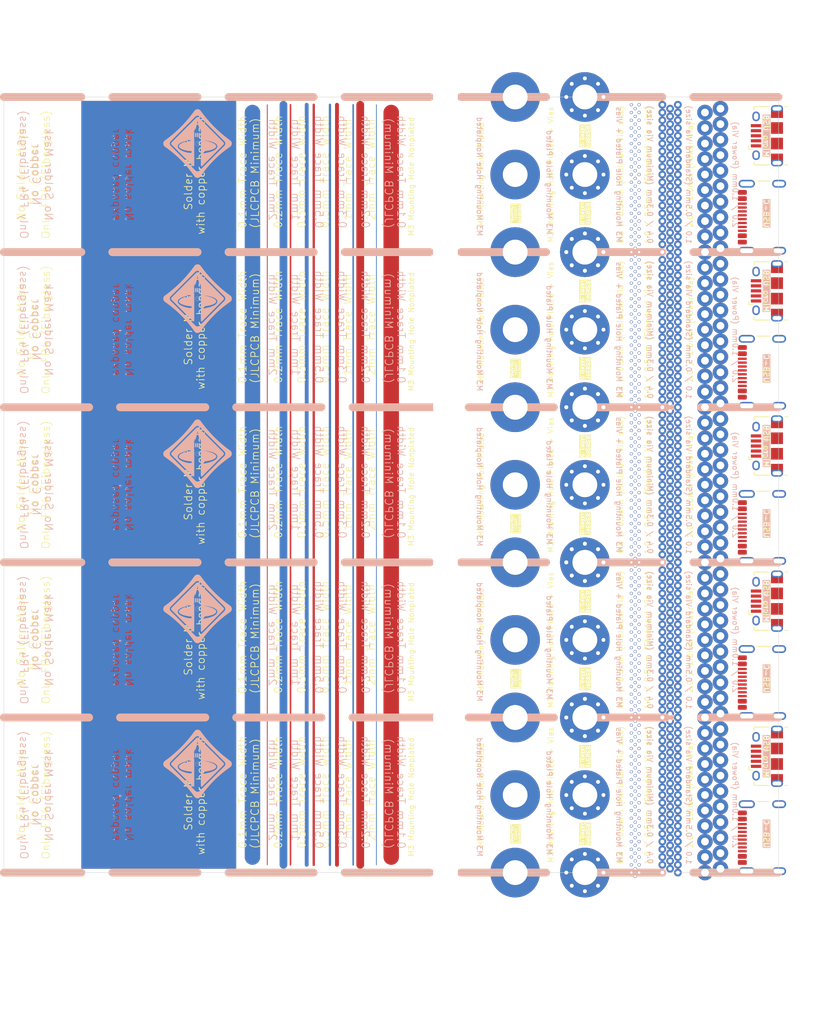
<source format=kicad_pcb>
(kicad_pcb (version 20240108) (generator "pcbnew") (generator_version "8.0")
  (layers (0 "F.Cu" signal) (1 "In1.Cu" signal) (2 "In2.Cu" signal) (3 "In3.Cu" signal) (4 "In4.Cu" signal) (31 "B.Cu" signal) (34 "B.Paste" user) (35 "F.Paste" user) (36 "B.SilkS" user "B.Silkscreen") (37 "F.SilkS" user "F.Silkscreen") (38 "B.Mask" user) (39 "F.Mask" user) (44 "Edge.Cuts" user))
  (net 0 "")
  (footprint "Connector_USB:USB_Micro-B_Amphenol_10118194_Horizontal" (layer "F.Cu") (at 153.5 115 90)
    (property "Reference" "REF**" (hide yes))
    (property "Value" "USB_Micro-B_Amphenol_10118194_Horizontal")
  )
  (footprint "MountingHole:MountingHole_3.2mm_M3" (layer "F.Cu") (at 112 60)
    (property "Reference" "REF**" (hide yes))
    (property "Value" "MountingHole_3.2mm_M3")
  )
  (footprint "MountingHole:MountingHole_3.2mm_M3_Pad" (layer "F.Cu") (at 121 50)
    (property "Reference" "REF**" (hide yes))
    (property "Value" "MountingHole_3.2mm_M3_Pad")
  )
  (footprint "Connector_USB:USB_Micro-B_Amphenol_10118194_Horizontal" (layer "F.Cu") (at 153.5 75 90)
    (property "Reference" "REF**" (hide yes))
    (property "Value" "USB_Micro-B_Amphenol_10118194_Horizontal")
  )
  (footprint "Connector_USB:USB_C_Receptacle_GCT_USB4105-xx-A_16P_TopMnt_Horizontal" (layer "F.Cu") (at 154 85.5 90)
    (property "Reference" "REF**" (hide yes))
    (property "Value" "USB_C_Receptacle_GCT_USB4105-xx-A_16P_TopMnt_Horizontal")
  )
  (footprint "Connector_USB:USB_C_Receptacle_GCT_USB4105-xx-A_16P_TopMnt_Horizontal" (layer "F.Cu") (at 154 105.5 90)
    (property "Reference" "REF**" (hide yes))
    (property "Value" "USB_C_Receptacle_GCT_USB4105-xx-A_16P_TopMnt_Horizontal")
  )
  (footprint "MountingHole:MountingHole_3.2mm_M3_Pad" (layer "F.Cu") (at 121 70)
    (property "Reference" "REF**" (hide yes))
    (property "Value" "MountingHole_3.2mm_M3_Pad")
  )
  (footprint "MountingHole:MountingHole_3.2mm_M3" (layer "F.Cu") (at 112 150)
    (property "Reference" "REF**" (hide yes))
    (property "Value" "MountingHole_3.2mm_M3")
  )
  (footprint "MountingHole:MountingHole_3.2mm_M3_Pad_Via" (layer "F.Cu") (at 130 50)
    (property "Reference" "REF**" (hide yes))
    (property "Value" "MountingHole_3.2mm_M3_Pad_Via")
  )
  (footprint "Connector_USB:USB_C_Receptacle_GCT_USB4105-xx-A_16P_TopMnt_Horizontal" (layer "F.Cu") (at 154 65.5 90)
    (property "Reference" "REF**" (hide yes))
    (property "Value" "USB_C_Receptacle_GCT_USB4105-xx-A_16P_TopMnt_Horizontal")
  )
  (footprint "MountingHole:MountingHole_3.2mm_M3_Pad" (layer "F.Cu") (at 121 110)
    (property "Reference" "REF**" (hide yes))
    (property "Value" "MountingHole_3.2mm_M3_Pad")
  )
  (footprint "MountingHole:MountingHole_3.2mm_M3" (layer "F.Cu") (at 112 130)
    (property "Reference" "REF**" (hide yes))
    (property "Value" "MountingHole_3.2mm_M3")
  )
  (footprint "MountingHole:MountingHole_3.2mm_M3_Pad" (layer "F.Cu") (at 121 60)
    (property "Reference" "REF**" (hide yes))
    (property "Value" "MountingHole_3.2mm_M3_Pad")
  )
  (footprint "MountingHole:MountingHole_3.2mm_M3_Pad_Via" (layer "F.Cu") (at 130 80)
    (property "Reference" "REF**" (hide yes))
    (property "Value" "MountingHole_3.2mm_M3_Pad_Via")
  )
  (footprint "MountingHole:MountingHole_3.2mm_M3" (layer "F.Cu") (at 112 50)
    (property "Reference" "REF**" (hide yes))
    (property "Value" "MountingHole_3.2mm_M3")
  )
  (footprint "MountingHole:MountingHole_3.2mm_M3_Pad_Via" (layer "F.Cu") (at 130 110)
    (property "Reference" "REF**" (hide yes))
    (property "Value" "MountingHole_3.2mm_M3_Pad_Via")
  )
  (footprint "MountingHole:MountingHole_3.2mm_M3_Pad_Via" (layer "F.Cu") (at 130 140)
    (property "Reference" "REF**" (hide yes))
    (property "Value" "MountingHole_3.2mm_M3_Pad_Via")
  )
  (footprint "MountingHole:MountingHole_3.2mm_M3_Pad_Via" (layer "F.Cu") (at 130 110)
    (property "Reference" "REF**" (hide yes))
    (property "Value" "MountingHole_3.2mm_M3_Pad_Via")
  )
  (footprint "MountingHole:MountingHole_3.2mm_M3" (layer "F.Cu") (at 112 140)
    (property "Reference" "REF**" (hide yes))
    (property "Value" "MountingHole_3.2mm_M3")
  )
  (footprint "MountingHole:MountingHole_3.2mm_M3" (layer "F.Cu") (at 112 120)
    (property "Reference" "REF**" (hide yes))
    (property "Value" "MountingHole_3.2mm_M3")
  )
  (footprint "MountingHole:MountingHole_3.2mm_M3" (layer "F.Cu") (at 112 70)
    (property "Reference" "REF**" (hide yes))
    (property "Value" "MountingHole_3.2mm_M3")
  )
  (footprint "MountingHole:MountingHole_3.2mm_M3_Pad_Via" (layer "F.Cu") (at 130 120)
    (property "Reference" "REF**" (hide yes))
    (property "Value" "MountingHole_3.2mm_M3_Pad_Via")
  )
  (footprint "MountingHole:MountingHole_3.2mm_M3" (layer "F.Cu") (at 112 100)
    (property "Reference" "REF**" (hide yes))
    (property "Value" "MountingHole_3.2mm_M3")
  )
  (footprint "MountingHole:MountingHole_3.2mm_M3_Pad_Via" (layer "F.Cu") (at 130 150)
    (property "Reference" "REF**" (hide yes))
    (property "Value" "MountingHole_3.2mm_M3_Pad_Via")
  )
  (footprint "MountingHole:MountingHole_3.2mm_M3_Pad" (layer "F.Cu") (at 121 70)
    (property "Reference" "REF**" (hide yes))
    (property "Value" "MountingHole_3.2mm_M3_Pad")
  )
  (footprint "MountingHole:MountingHole_3.2mm_M3" (layer "F.Cu") (at 112 70)
    (property "Reference" "REF**" (hide yes))
    (property "Value" "MountingHole_3.2mm_M3")
  )
  (footprint "MountingHole:MountingHole_3.2mm_M3_Pad" (layer "F.Cu") (at 121 110)
    (property "Reference" "REF**" (hide yes))
    (property "Value" "MountingHole_3.2mm_M3_Pad")
  )
  (footprint "Connector_USB:USB_Micro-B_Amphenol_10118194_Horizontal" (layer "F.Cu") (at 153.5 55 90)
    (property "Reference" "REF**" (hide yes))
    (property "Value" "USB_Micro-B_Amphenol_10118194_Horizontal")
  )
  (footprint "Connector_USB:USB_C_Receptacle_GCT_USB4105-xx-A_16P_TopMnt_Horizontal" (layer "F.Cu") (at 154 125.5 90)
    (property "Reference" "REF**" (hide yes))
    (property "Value" "USB_C_Receptacle_GCT_USB4105-xx-A_16P_TopMnt_Horizontal")
  )
  (footprint "MountingHole:MountingHole_3.2mm_M3_Pad" (layer "F.Cu") (at 121 90)
    (property "Reference" "REF**" (hide yes))
    (property "Value" "MountingHole_3.2mm_M3_Pad")
  )
  (footprint "MountingHole:MountingHole_3.2mm_M3_Pad" (layer "F.Cu") (at 121 140)
    (property "Reference" "REF**" (hide yes))
    (property "Value" "MountingHole_3.2mm_M3_Pad")
  )
  (footprint "MountingHole:MountingHole_3.2mm_M3_Pad_Via" (layer "F.Cu") (at 130 60)
    (property "Reference" "REF**" (hide yes))
    (property "Value" "MountingHole_3.2mm_M3_Pad_Via")
  )
  (footprint "Connector_USB:USB_C_Receptacle_GCT_USB4105-xx-A_16P_TopMnt_Horizontal" (layer "F.Cu") (at 154 145.5 90)
    (property "Reference" "REF**" (hide yes))
    (property "Value" "USB_C_Receptacle_GCT_USB4105-xx-A_16P_TopMnt_Horizontal")
  )
  (footprint "MountingHole:MountingHole_3.2mm_M3_Pad" (layer "F.Cu") (at 121 80)
    (property "Reference" "REF**" (hide yes))
    (property "Value" "MountingHole_3.2mm_M3_Pad")
  )
  (footprint "MountingHole:MountingHole_3.2mm_M3_Pad" (layer "F.Cu") (at 121 120)
    (property "Reference" "REF**" (hide yes))
    (property "Value" "MountingHole_3.2mm_M3_Pad")
  )
  (footprint "MountingHole:MountingHole_3.2mm_M3_Pad" (layer "F.Cu") (at 121 90)
    (property "Reference" "REF**" (hide yes))
    (property "Value" "MountingHole_3.2mm_M3_Pad")
  )
  (footprint "MountingHole:MountingHole_3.2mm_M3" (layer "F.Cu") (at 112 80)
    (property "Reference" "REF**" (hide yes))
    (property "Value" "MountingHole_3.2mm_M3")
  )
  (footprint "MountingHole:MountingHole_3.2mm_M3_Pad_Via" (layer "F.Cu") (at 130 130)
    (property "Reference" "REF**" (hide yes))
    (property "Value" "MountingHole_3.2mm_M3_Pad_Via")
  )
  (footprint "MountingHole:MountingHole_3.2mm_M3_Pad" (layer "F.Cu") (at 121 130)
    (property "Reference" "REF**" (hide yes))
    (property "Value" "MountingHole_3.2mm_M3_Pad")
  )
  (footprint "MountingHole:MountingHole_3.2mm_M3_Pad_Via" (layer "F.Cu") (at 130 100)
    (property "Reference" "REF**" (hide yes))
    (property "Value" "MountingHole_3.2mm_M3_Pad_Via")
  )
  (footprint "MountingHole:MountingHole_3.2mm_M3_Pad" (layer "F.Cu") (at 121 150)
    (property "Reference" "REF**" (hide yes))
    (property "Value" "MountingHole_3.2mm_M3_Pad")
  )
  (footprint "MountingHole:MountingHole_3.2mm_M3_Pad_Via" (layer "F.Cu") (at 130 90)
    (property "Reference" "REF**" (hide yes))
    (property "Value" "MountingHole_3.2mm_M3_Pad_Via")
  )
  (footprint "Connector_USB:USB_Micro-B_Amphenol_10118194_Horizontal" (layer "F.Cu") (at 153.5 135 90)
    (property "Reference" "REF**" (hide yes))
    (property "Value" "USB_Micro-B_Amphenol_10118194_Horizontal")
  )
  (footprint "MountingHole:MountingHole_3.2mm_M3" (layer "F.Cu") (at 112 90)
    (property "Reference" "REF**" (hide yes))
    (property "Value" "MountingHole_3.2mm_M3")
  )
  (footprint "MountingHole:MountingHole_3.2mm_M3_Pad_Via" (layer "F.Cu") (at 130 70)
    (property "Reference" "REF**" (hide yes))
    (property "Value" "MountingHole_3.2mm_M3_Pad_Via")
  )
  (footprint "MountingHole:MountingHole_3.2mm_M3_Pad" (layer "F.Cu") (at 121 100)
    (property "Reference" "REF**" (hide yes))
    (property "Value" "MountingHole_3.2mm_M3_Pad")
  )
  (footprint "MountingHole:MountingHole_3.2mm_M3_Pad_Via" (layer "F.Cu") (at 130 90)
    (property "Reference" "REF**" (hide yes))
    (property "Value" "MountingHole_3.2mm_M3_Pad_Via")
  )
  (footprint "MountingHole:MountingHole_3.2mm_M3" (layer "F.Cu") (at 112 110)
    (property "Reference" "REF**" (hide yes))
    (property "Value" "MountingHole_3.2mm_M3")
  )
  (footprint "MountingHole:MountingHole_3.2mm_M3" (layer "F.Cu") (at 112 130)
    (property "Reference" "REF**" (hide yes))
    (property "Value" "MountingHole_3.2mm_M3")
  )
  (footprint "Connector_USB:USB_Micro-B_Amphenol_10118194_Horizontal" (layer "F.Cu") (at 153.5 95 90)
    (property "Reference" "REF**" (hide yes))
    (property "Value" "USB_Micro-B_Amphenol_10118194_Horizontal")
  )
  (footprint "MountingHole:MountingHole_3.2mm_M3" (layer "F.Cu") (at 112 90)
    (property "Reference" "REF**" (hide yes))
    (property "Value" "MountingHole_3.2mm_M3")
  )
  (footprint "MountingHole:MountingHole_3.2mm_M3_Pad_Via" (layer "F.Cu") (at 130 130)
    (property "Reference" "REF**" (hide yes))
    (property "Value" "MountingHole_3.2mm_M3_Pad_Via")
  )
  (footprint "MountingHole:MountingHole_3.2mm_M3" (layer "F.Cu") (at 112 110)
    (property "Reference" "REF**" (hide yes))
    (property "Value" "MountingHole_3.2mm_M3")
  )
  (footprint "MountingHole:MountingHole_3.2mm_M3_Pad_Via" (layer "F.Cu") (at 130 70)
    (property "Reference" "REF**" (hide yes))
    (property "Value" "MountingHole_3.2mm_M3_Pad_Via")
  )
  (footprint "MountingHole:MountingHole_3.2mm_M3_Pad" (layer "F.Cu") (at 121 130)
    (property "Reference" "REF**" (hide yes))
    (property "Value" "MountingHole_3.2mm_M3_Pad")
  )
  (footprint "LOGO" (layer "B.Cu") (at 80 85 180)
    (property "Reference" "G***" (hide yes))
    (property "Value" "LOGO" (hide yes))
  )
  (footprint "LOGO" (layer "B.Cu") (at 80 136 180)
    (property "Reference" "G***" (hide yes))
    (property "Value" "LOGO" (hide yes))
  )
  (footprint "LOGO" (layer "B.Cu") (at 80 116 180)
    (property "Reference" "G***" (hide yes))
    (property "Value" "LOGO" (hide yes))
  )
  (footprint "LOGO" (layer "B.Cu") (at 80 105 180)
    (property "Reference" "G***" (hide yes))
    (property "Value" "LOGO" (hide yes))
  )
  (footprint "LOGO" (layer "B.Cu") (at 80 145 180)
    (property "Reference" "G***" (hide yes))
    (property "Value" "LOGO" (hide yes))
  )
  (footprint "LOGO" (layer "B.Cu") (at 80 96 180)
    (property "Reference" "G***" (hide yes))
    (property "Value" "LOGO" (hide yes))
  )
  (footprint "LOGO" (layer "B.Cu") (at 80 65 180)
    (property "Reference" "G***" (hide yes))
    (property "Value" "LOGO" (hide yes))
  )
  (footprint "LOGO" (layer "B.Cu") (at 80 125 180)
    (property "Reference" "G***" (hide yes))
    (property "Value" "LOGO" (hide yes))
  )
  (footprint "LOGO" (layer "B.Cu") (at 80 76 180)
    (property "Reference" "G***" (hide yes))
    (property "Value" "LOGO" (hide yes))
  )
  (footprint "LOGO" (layer "B.Cu") (at 80 56 180)
    (property "Reference" "G***" (hide yes))
    (property "Value" "LOGO" (hide yes))
  )
  (gr_line (start 155 150) (end 55 150) (stroke (width 1) (type dash)) (layer "B.SilkS"))
  (gr_line (start 55 130) (end 155 130) (stroke (width 1) (type dash)) (layer "B.SilkS"))
  (gr_line (start 155 70) (end 55 70) (stroke (width 1) (type dash)) (layer "B.SilkS"))
  (gr_line (start 55 90) (end 155 90) (stroke (width 1) (type dash)) (layer "B.SilkS"))
  (gr_line (start 155 110) (end 55 110) (stroke (width 1) (type dash)) (layer "B.SilkS"))
  (gr_line (start 155 50) (end 55 50) (stroke (width 1) (type dash)) (layer "B.SilkS"))
  (gr_line (start 55 130) (end 155 130) (stroke (width 1) (type dash)) (layer "F.SilkS"))
  (gr_line (start 155 70) (end 55 70) (stroke (width 1) (type dash)) (layer "F.SilkS"))
  (gr_line (start 55 90) (end 155 90) (stroke (width 1) (type dash)) (layer "F.SilkS"))
  (gr_line (start 155 110) (end 55 110) (stroke (width 1) (type dash)) (layer "F.SilkS"))
  (gr_line (start 155 150) (end 55 150) (stroke (width 1) (type dash)) (layer "F.SilkS"))
  (gr_line (start 155 50) (end 55 50) (stroke (width 1) (type dash)) (layer "F.SilkS"))
  (gr_rect (start 55 50) (end 155 150) (stroke (width 0.05)) (fill none) (layer "Edge.Cuts"))
  (gr_text "No solder mask\nexposed copper" (at 71 80 90) (layer "F.Cu" knockout) (effects (font (size 1 1) (thickness 0.1)) (justify bottom)))
  (gr_text "No solder mask\nexposed copper" (at 71 60 90) (layer "F.Cu" knockout) (effects (font (size 1 1) (thickness 0.1)) (justify bottom)))
  (gr_text "No solder mask\nexposed copper" (at 71 100 90) (layer "F.Cu" knockout) (effects (font (size 1 1) (thickness 0.1)) (justify bottom)))
  (gr_text "No solder mask\nexposed copper" (at 71 140 90) (layer "F.Cu" knockout) (effects (font (size 1 1) (thickness 0.1)) (justify bottom)))
  (gr_text "No solder mask\nexposed copper" (at 71 120 90) (layer "F.Cu" knockout) (effects (font (size 1 1) (thickness 0.1)) (justify bottom)))
  (gr_text "No solder mask\nexposed copper" (at 69 60 -90) (layer "B.Cu" knockout) (effects (font (size 1 1) (thickness 0.1)) (justify bottom mirror)))
  (gr_text "No solder mask\nexposed copper" (at 69 140 -90) (layer "B.Cu" knockout) (effects (font (size 1 1) (thickness 0.1)) (justify bottom mirror)))
  (gr_text "No solder mask\nexposed copper" (at 69 100 -90) (layer "B.Cu" knockout) (effects (font (size 1 1) (thickness 0.1)) (justify bottom mirror)))
  (gr_text "No solder mask\nexposed copper" (at 69 80 -90) (layer "B.Cu" knockout) (effects (font (size 1 1) (thickness 0.1)) (justify bottom mirror)))
  (gr_text "No solder mask\nexposed copper" (at 69 120 -90) (layer "B.Cu" knockout) (effects (font (size 1 1) (thickness 0.1)) (justify bottom mirror)))
  (gr_text "Micro USB\n" (at 153 55 270) (layer "B.SilkS" knockout) (effects (font (size 0.7 0.7) (thickness 0.14) (bold yes)) (justify bottom mirror)))
  (gr_text "1mm Trace Width\n" (at 92.090056 146 -90) (layer "B.SilkS") (effects (font (size 1 1) (thickness 0.1)) (justify left bottom mirror)))
  (gr_text "0.1mm Trace Width\n(JLCPCB Minimum)\n" (at 104.090056 87 -90) (layer "B.SilkS") (effects (font (size 1 1) (thickness 0.1)) (justify left bottom mirror)))
  (gr_text "M3 Mounting Hole Plated" (at 125 141 -90) (layer "B.SilkS") (effects (font (size 0.7 0.7) (thickness 0.1)) (justify bottom mirror)))
  (gr_text "M3 Mounting Hole Plated + Vias" (at 134 80 -90) (layer "B.SilkS") (effects (font (size 0.7 0.7) (thickness 0.1)) (justify bottom mirror)))
  (gr_text "No Solder Mask\nNo Copper\nOnly FR4 (Fiberglass)" (at 57 80 -90) (layer "B.SilkS") (effects (font (size 1 1) (thickness 0.1)) (justify bottom mirror)))
  (gr_text "M3 Mounting Hole Nonplated" (at 116 68 -90) (layer "B.SilkS") (effects (font (size 0.7 0.7) (thickness 0.1)) (justify left bottom mirror)))
  (gr_text "0.5mm Trace Width\n" (at 95.090056 127 -90) (layer "B.SilkS") (effects (font (size 1 1) (thickness 0.1)) (justify left bottom mirror)))
  (gr_text "0.3mm Trace Width\n" (at 98.090056 87 -90) (layer "B.SilkS") (effects (font (size 1 1) (thickness 0.1)) (justify left bottom mirror)))
  (gr_text "M3 Mounting Hole Plated + Vias" (at 134 140 -90) (layer "B.SilkS") (effects (font (size 0.7 0.7) (thickness 0.1)) (justify bottom mirror)))
  (gr_text "0.3mm Trace Width\n" (at 98.090056 67 -90) (layer "B.SilkS") (effects (font (size 1 1) (thickness 0.1)) (justify left bottom mirror)))
  (gr_text "Micro USB\n" (at 153 95 270) (layer "B.SilkS" knockout) (effects (font (size 0.7 0.7) (thickness 0.14) (bold yes)) (justify bottom mirror)))
  (gr_text "0.4 / 0.3mm (Minimum Via size)\n" (at 138 80 -90) (layer "B.SilkS") (effects (font (size 0.7 0.7) (thickness 0.1)) (justify bottom mirror)))
  (gr_text "USB-C" (at 153 105 270) (layer "B.SilkS" knockout) (effects (font (size 0.7 0.7) (thickness 0.14) (bold yes)) (justify bottom mirror)))
  (gr_text "0.2mm Trace Width\n" (at 101.090056 147 -90) (layer "B.SilkS") (effects (font (size 1 1) (thickness 0.1)) (justify left bottom mirror)))
  (gr_text "0.4 / 0.3mm (Minimum Via size)\n" (at 138 140 -90) (layer "B.SilkS") (effects (font (size 0.7 0.7) (thickness 0.1)) (justify bottom mirror)))
  (gr_text "2.0 / 1.0mm (Power Via)\n" (at 149 140 -90) (layer "B.SilkS") (effects (font (size 0.7 0.7) (thickness 0.1)) (justify bottom mirror)))
  (gr_text "No Solder Mask\nNo Copper\nOnly FR4 (Fiberglass)" (at 57 120 -90) (layer "B.SilkS") (effects (font (size 1 1) (thickness 0.1)) (justify bottom mirror)))
  (gr_text "2.0 / 1.0mm (Power Via)\n" (at 149 80 -90) (layer "B.SilkS") (effects (font (size 0.7 0.7) (thickness 0.1)) (justify bottom mirror)))
  (gr_text "M3 Mounting Hole Plated + Vias" (at 134 120 -90) (layer "B.SilkS") (effects (font (size 0.7 0.7) (thickness 0.1)) (justify bottom mirror)))
  (gr_text "1mm Trace Width\n" (at 92.090056 66 -90) (layer "B.SilkS") (effects (font (size 1 1) (thickness 0.1)) (justify left bottom mirror)))
  (gr_text "0.4 / 0.3mm (Minimum Via size)\n" (at 138 120 -90) (layer "B.SilkS") (effects (font (size 0.7 0.7) (thickness 0.1)) (justify bottom mirror)))
  (gr_text "1mm Trace Width\n" (at 92.090056 106 -90) (layer "B.SilkS") (effects (font (size 1 1) (thickness 0.1)) (justify left bottom mirror)))
  (gr_text "0.3mm Trace Width\n" (at 98.090056 127 -90) (layer "B.SilkS") (effects (font (size 1 1) (thickness 0.1)) (justify left bottom mirror)))
  (gr_text "M3 Mounting Hole Plated" (at 125 61 -90) (layer "B.SilkS") (effects (font (size 0.7 0.7) (thickness 0.1)) (justify bottom mirror)))
  (gr_text "1.0 / 0.5mm (Standard Via size)\n" (at 143 60 -90) (layer "B.SilkS") (effects (font (size 0.7 0.7) (thickness 0.1)) (justify bottom mirror)))
  (gr_text "0.1mm Trace Width\n(JLCPCB Minimum)\n" (at 104.090056 107 -90) (layer "B.SilkS") (effects (font (size 1 1) (thickness 0.1)) (justify left bottom mirror)))
  (gr_text "M3 Mounting Hole Plated" (at 125 81 -90) (layer "B.SilkS") (effects (font (size 0.7 0.7) (thickness 0.1)) (justify bottom mirror)))
  (gr_text "No Solder Mask\nNo Copper\nOnly FR4 (Fiberglass)" (at 57 140 -90) (layer "B.SilkS") (effects (font (size 1 1) (thickness 0.1)) (justify bottom mirror)))
  (gr_text "0.5mm Trace Width\n" (at 95.090056 67 -90) (layer "B.SilkS") (effects (font (size 1 1) (thickness 0.1)) (justify left bottom mirror)))
  (gr_text "1mm Trace Width\n" (at 92.090056 126 -90) (layer "B.SilkS") (effects (font (size 1 1) (thickness 0.1)) (justify left bottom mirror)))
  (gr_text "0.2mm Trace Width\n" (at 101.090056 87 -90) (layer "B.SilkS") (effects (font (size 1 1) (thickness 0.1)) (justify left bottom mirror)))
  (gr_text "1.0 / 0.5mm (Standard Via size)\n" (at 143 80 -90) (layer "B.SilkS") (effects (font (size 0.7 0.7) (thickness 0.1)) (justify bottom mirror)))
  (gr_text "0.1mm Trace Width\n(JLCPCB Minimum)\n" (at 104.090056 147 -90) (layer "B.SilkS") (effects (font (size 1 1) (thickness 0.1)) (justify left bottom mirror)))
  (gr_text "USB-C" (at 153 65 270) (layer "B.SilkS" knockout) (effects (font (size 0.7 0.7) (thickness 0.14) (bold yes)) (justify bottom mirror)))
  (gr_text "0.3mm Trace Width\n" (at 98.090056 107 -90) (layer "B.SilkS") (effects (font (size 1 1) (thickness 0.1)) (justify left bottom mirror)))
  (gr_text "Micro USB\n" (at 153 115 270) (layer "B.SilkS" knockout) (effects (font (size 0.7 0.7) (thickness 0.14) (bold yes)) (justify bottom mirror)))
  (gr_text "M3 Mounting Hole Plated + Vias" (at 134 60 -90) (layer "B.SilkS") (effects (font (size 0.7 0.7) (thickness 0.1)) (justify bottom mirror)))
  (gr_text "M3 Mounting Hole Plated + Vias" (at 134 100 -90) (layer "B.SilkS") (effects (font (size 0.7 0.7) (thickness 0.1)) (justify bottom mirror)))
  (gr_text "No Solder Mask\nNo Copper\nOnly FR4 (Fiberglass)" (at 57 60 -90) (layer "B.SilkS") (effects (font (size 1 1) (thickness 0.1)) (justify bottom mirror)))
  (gr_text "2mm Trace Width\n" (at 89.090056 66 -90) (layer "B.SilkS") (effects (font (size 1 1) (thickness 0.1)) (justify left bottom mirror)))
  (gr_text "2.0 / 1.0mm (Power Via)\n" (at 149 60 -90) (layer "B.SilkS") (effects (font (size 0.7 0.7) (thickness 0.1)) (justify bottom mirror)))
  (gr_text "0.2mm Trace Width\n" (at 101.090056 107 -90) (layer "B.SilkS") (effects (font (size 1 1) (thickness 0.1)) (justify left bottom mirror)))
  (gr_text "USB-C" (at 153 125 270) (layer "B.SilkS" knockout) (effects (font (size 0.7 0.7) (thickness 0.14) (bold yes)) (justify bottom mirror)))
  (gr_text "0.3mm Trace Width\n" (at 98.090056 147 -90) (layer "B.SilkS") (effects (font (size 1 1) (thickness 0.1)) (justify left bottom mirror)))
  (gr_text "1.0 / 0.5mm (Standard Via size)\n" (at 143 140 -90) (layer "B.SilkS") (effects (font (size 0.7 0.7) (thickness 0.1)) (justify bottom mirror)))
  (gr_text "Micro USB\n" (at 153 75 270) (layer "B.SilkS" knockout) (effects (font (size 0.7 0.7) (thickness 0.14) (bold yes)) (justify bottom mirror)))
  (gr_text "1mm Trace Width\n" (at 92.090056 86 -90) (layer "B.SilkS") (effects (font (size 1 1) (thickness 0.1)) (justify left bottom mirror)))
  (gr_text "2.0 / 1.0mm (Power Via)\n" (at 149 100 -90) (layer "B.SilkS") (effects (font (size 0.7 0.7) (thickness 0.1)) (justify bottom mirror)))
  (gr_text "Micro USB\n" (at 153 135 270) (layer "B.SilkS" knockout) (effects (font (size 0.7 0.7) (thickness 0.14) (bold yes)) (justify bottom mirror)))
  (gr_text "M3 Mounting Hole Nonplated" (at 116 128 -90) (layer "B.SilkS") (effects (font (size 0.7 0.7) (thickness 0.1)) (justify left bottom mirror)))
  (gr_text "2.0 / 1.0mm (Power Via)\n" (at 149 120 -90) (layer "B.SilkS") (effects (font (size 0.7 0.7) (thickness 0.1)) (justify bottom mirror)))
  (gr_text "M3 Mounting Hole Plated" (at 125 121 -90) (layer "B.SilkS") (effects (font (size 0.7 0.7) (thickness 0.1)) (justify bottom mirror)))
  (gr_text "0.2mm Trace Width\n" (at 101.090056 67 -90) (layer "B.SilkS") (effects (font (size 1 1) (thickness 0.1)) (justify left bottom mirror)))
  (gr_text "USB-C" (at 153 85 270) (layer "B.SilkS" knockout) (effects (font (size 0.7 0.7) (thickness 0.14) (bold yes)) (justify bottom mirror)))
  (gr_text "M3 Mounting Hole Nonplated" (at 116 148 -90) (layer "B.SilkS") (effects (font (size 0.7 0.7) (thickness 0.1)) (justify left bottom mirror)))
  (gr_text "0.5mm Trace Width\n" (at 95.090056 147 -90) (layer "B.SilkS") (effects (font (size 1 1) (thickness 0.1)) (justify left bottom mirror)))
  (gr_text "M3 Mounting Hole Nonplated" (at 116 88 -90) (layer "B.SilkS") (effects (font (size 0.7 0.7) (thickness 0.1)) (justify left bottom mirror)))
  (gr_text "M3 Mounting Hole Nonplated" (at 116 108 -90) (layer "B.SilkS") (effects (font (size 0.7 0.7) (thickness 0.1)) (justify left bottom mirror)))
  (gr_text "2mm Trace Width\n" (at 89.090056 86 -90) (layer "B.SilkS") (effects (font (size 1 1) (thickness 0.1)) (justify left bottom mirror)))
  (gr_text "0.1mm Trace Width\n(JLCPCB Minimum)\n" (at 104.090056 127 -90) (layer "B.SilkS") (effects (font (size 1 1) (thickness 0.1)) (justify left bottom mirror)))
  (gr_text "0.5mm Trace Width\n" (at 95.090056 87 -90) (layer "B.SilkS") (effects (font (size 1 1) (thickness 0.1)) (justify left bottom mirror)))
  (gr_text "1.0 / 0.5mm (Standard Via size)\n" (at 143 100 -90) (layer "B.SilkS") (effects (font (size 0.7 0.7) (thickness 0.1)) (justify bottom mirror)))
  (gr_text "0.2mm Trace Width\n" (at 101.090056 127 -90) (layer "B.SilkS") (effects (font (size 1 1) (thickness 0.1)) (justify left bottom mirror)))
  (gr_text "2mm Trace Width\n" (at 89.090056 106 -90) (layer "B.SilkS") (effects (font (size 1 1) (thickness 0.1)) (justify left bottom mirror)))
  (gr_text "0.5mm Trace Width\n" (at 95.090056 107 -90) (layer "B.SilkS") (effects (font (size 1 1) (thickness 0.1)) (justify left bottom mirror)))
  (gr_text "1.0 / 0.5mm (Standard Via size)\n" (at 143 120 -90) (layer "B.SilkS") (effects (font (size 0.7 0.7) (thickness 0.1)) (justify bottom mirror)))
  (gr_text "0.4 / 0.3mm (Minimum Via size)\n" (at 138 60 -90) (layer "B.SilkS") (effects (font (size 0.7 0.7) (thickness 0.1)) (justify bottom mirror)))
  (gr_text "0.1mm Trace Width\n(JLCPCB Minimum)\n" (at 104.090056 67 -90) (layer "B.SilkS") (effects (font (size 1 1) (thickness 0.1)) (justify left bottom mirror)))
  (gr_text "USB-C" (at 153 145 270) (layer "B.SilkS" knockout) (effects (font (size 0.7 0.7) (thickness 0.14) (bold yes)) (justify bottom mirror)))
  (gr_text "M3 Mounting Hole Plated" (at 125 101 -90) (layer "B.SilkS") (effects (font (size 0.7 0.7) (thickness 0.1)) (justify bottom mirror)))
  (gr_text "2mm Trace Width\n" (at 89.090056 146 -90) (layer "B.SilkS") (effects (font (size 1 1) (thickness 0.1)) (justify left bottom mirror)))
  (gr_text "2mm Trace Width\n" (at 89.090056 126 -90) (layer "B.SilkS") (effects (font (size 1 1) (thickness 0.1)) (justify left bottom mirror)))
  (gr_text "No Solder Mask\nNo Copper\nOnly FR4 (Fiberglass)" (at 57 100 -90) (layer "B.SilkS") (effects (font (size 1 1) (thickness 0.1)) (justify bottom mirror)))
  (gr_text "0.4 / 0.3mm (Minimum Via size)\n" (at 138 100 -90) (layer "B.SilkS") (effects (font (size 0.7 0.7) (thickness 0.1)) (justify bottom mirror)))
  (gr_text "1mm Trace Width\n" (at 100 66 90) (layer "F.SilkS") (effects (font (size 1 1) (thickness 0.1)) (justify left bottom)))
  (gr_text "0.4 / 0.3mm (Minimum Via size)\n" (at 135 80 90) (layer "F.SilkS") (effects (font (size 0.7 0.7) (thickness 0.1)) (justify bottom)))
  (gr_text "M3 Mounting Hole Plated + Vias" (at 126 120 90) (layer "F.SilkS") (effects (font (size 0.7 0.7) (thickness 0.1)) (justify bottom)))
  (gr_text "6 Layer\nJLCPCB" (at 130.75 116.5 90) (layer "F.SilkS" knockout) (effects (font (size 0.5 0.5) (thickness 0.1)) (justify left bottom)))
  (gr_text "M3 Mounting Hole Plated" (at 117 140 90) (layer "F.SilkS") (effects (font (size 0.7 0.7) (thickness 0.1)) (justify bottom)))
  (gr_text "Micro USB\n" (at 153 95 -90) (layer "F.SilkS" knockout) (effects (font (size 0.7 0.7) (thickness 0.14) (bold yes)) (justify bottom)))
  (gr_text "1mm Trace Width\n" (at 100 126 90) (layer "F.SilkS") (effects (font (size 1 1) (thickness 0.1)) (justify left bottom)))
  (gr_text "Solder Mask\nwith copper beneath" (at 81 140 90) (layer "F.SilkS") (effects (font (size 1 1) (thickness 0.1)) (justify bottom)))
  (gr_text "USB-C" (at 153 125 -90) (layer "F.SilkS" knockout) (effects (font (size 0.7 0.7) (thickness 0.14) (bold yes)) (justify bottom)))
  (gr_text "M3 Mounting Hole Plated" (at 117 120 90) (layer "F.SilkS") (effects (font (size 0.7 0.7) (thickness 0.1)) (justify bottom)))
  (gr_text "M3 Mounting Hole Plated + Vias" (at 126 60 90) (layer "F.SilkS") (effects (font (size 0.7 0.7) (thickness 0.1)) (justify bottom)))
  (gr_text "M3 Mounting Hole Plated + Vias" (at 126 140 90) (layer "F.SilkS") (effects (font (size 0.7 0.7) (thickness 0.1)) (justify bottom)))
  (gr_text "No Solder Mask\nNo Copper\nOnly FR4 (Fiberglass)" (at 61 80 90) (layer "F.SilkS") (effects (font (size 1 1) (thickness 0.1)) (justify bottom)))
  (gr_text "0.5mm Trace Width\n" (at 97 87 90) (layer "F.SilkS") (effects (font (size 1 1) (thickness 0.1)) (justify left bottom)))
  (gr_text "M3 Mounting Hole Plated" (at 117 100 90) (layer "F.SilkS") (effects (font (size 0.7 0.7) (thickness 0.1)) (justify bottom)))
  (gr_text "0.1mm Trace Width\n(JLCPCB Minimum)\n" (at 88 67 90) (layer "F.SilkS") (effects (font (size 1 1) (thickness 0.1)) (justify left bottom)))
  (gr_text "0.2mm Trace Width\n" (at 91 147 90) (layer "F.SilkS") (effects (font (size 1 1) (thickness 0.1)) (justify left bottom)))
  (gr_text "2.0 / 1.0mm (Power Via)\n" (at 144 140 90) (layer "F.SilkS") (effects (font (size 0.7 0.7) (thickness 0.1)) (justify bottom)))
  (gr_text "2mm Trace Width\n" (at 103 66 90) (layer "F.SilkS") (effects (font (size 1 1) (thickness 0.1)) (justify left bottom)))
  (gr_text "Made By:\nConor\nVan Bibber" (at 121.75 145 90) (layer "F.SilkS" knockout) (effects (font (size 0.3 0.3) (thickness 0.06) (bold yes)) (justify bottom)))
  (gr_text "Made By:\nConor\nVan Bibber" (at 121.75 85 90) (layer "F.SilkS" knockout) (effects (font (size 0.3 0.3) (thickness 0.06) (bold yes)) (justify bottom)))
  (gr_text "0.3mm Trace Width\n" (at 94 107 90) (layer "F.SilkS") (effects (font (size 1 1) (thickness 0.1)) (justify left bottom)))
  (gr_text "1.0 / 0.5mm (Standard Via size)\n" (at 138.5 120 90) (layer "F.SilkS") (effects (font (size 0.7 0.7) (thickness 0.1)) (justify bottom)))
  (gr_text "M3 Mounting Hole Nonplated" (at 108 88 90) (layer "F.SilkS") (effects (font (size 0.7 0.7) (thickness 0.1)) (justify left bottom)))
  (gr_text "0.2mm Trace Width\n" (at 91 127 90) (layer "F.SilkS") (effects (font (size 1 1) (thickness 0.1)) (justify left bottom)))
  (gr_text "Made By:\nConor\nVan Bibber" (at 121.75 125 90) (layer "F.SilkS" knockout) (effects (font (size 0.3 0.3) (thickness 0.06) (bold yes)) (justify bottom)))
  (gr_text "2mm Trace Width\n" (at 103 146 90) (layer "F.SilkS") (effects (font (size 1 1) (thickness 0.1)) (justify left bottom)))
  (gr_text "M3 Mounting Hole Plated + Vias" (at 126 100 90) (layer "F.SilkS") (effects (font (size 0.7 0.7) (thickness 0.1)) (justify bottom)))
  (gr_text "Solder Mask\nwith copper beneath" (at 81 120 90) (layer "F.SilkS") (effects (font (size 1 1) (thickness 0.1)) (justify bottom)))
  (gr_text "No Solder Mask\nNo Copper\nOnly FR4 (Fiberglass)" (at 61 140 90) (layer "F.SilkS") (effects (font (size 1 1) (thickness 0.1)) (justify bottom)))
  (gr_text "2mm Trace Width\n" (at 103 126 90) (layer "F.SilkS") (effects (font (size 1 1) (thickness 0.1)) (justify left bottom)))
  (gr_text "0.4 / 0.3mm (Minimum Via size)\n" (at 135 140 90) (layer "F.SilkS") (effects (font (size 0.7 0.7) (thickness 0.1)) (justify bottom)))
  (gr_text "USB-C" (at 153 85 -90) (layer "F.SilkS" knockout) (effects (font (size 0.7 0.7) (thickness 0.14) (bold yes)) (justify bottom)))
  (gr_text "6 Layer\nJLCPCB" (at 130.75 136.5 90) (layer "F.SilkS" knockout) (effects (font (size 0.5 0.5) (thickness 0.1)) (justify left bottom)))
  (gr_text "M3 Mounting Hole Plated + Vias" (at 126 80 90) (layer "F.SilkS") (effects (font (size 0.7 0.7) (thickness 0.1)) (justify bottom)))
  (gr_text "M3 Mounting Hole Nonplated" (at 108 148 90) (layer "F.SilkS") (effects (font (size 0.7 0.7) (thickness 0.1)) (justify left bottom)))
  (gr_text "Micro USB\n" (at 153 75 -90) (layer "F.SilkS" knockout) (effects (font (size 0.7 0.7) (thickness 0.14) (bold yes)) (justify bottom)))
  (gr_text "2mm Trace Width\n" (at 103 86 90) (layer "F.SilkS") (effects (font (size 1 1) (thickness 0.1)) (justify left bottom)))
  (gr_text "No Solder Mask\nNo Copper\nOnly FR4 (Fiberglass)" (at 61 100 90) (layer "F.SilkS") (effects (font (size 1 1) (thickness 0.1)) (justify bottom)))
  (gr_text "USB-C" (at 153 145 -90) (layer "F.SilkS" knockout) (effects (font (size 0.7 0.7) (thickness 0.14) (bold yes)) (justify bottom)))
  (gr_text "0.4 / 0.3mm (Minimum Via size)\n" (at 135 60 90) (layer "F.SilkS") (effects (font (size 0.7 0.7) (thickness 0.1)) (justify bottom)))
  (gr_text "0.4 / 0.3mm (Minimum Via size)\n" (at 135 120 90) (layer "F.SilkS") (effects (font (size 0.7 0.7) (thickness 0.1)) (justify bottom)))
  (gr_text "6 Layer\nJLCPCB" (at 130.75 126.5 90) (layer "F.SilkS" knockout) (effects (font (size 0.5 0.5) (thickness 0.1)) (justify left bottom)))
  (gr_text "6 Layer\nJLCPCB" (at 130.75 76.5 90) (layer "F.SilkS" knockout) (effects (font (size 0.5 0.5) (thickness 0.1)) (justify left bottom)))
  (gr_text "1.0 / 0.5mm (Standard Via size)\n" (at 138.5 100 90) (layer "F.SilkS") (effects (font (size 0.7 0.7) (thickness 0.1)) (justify bottom)))
  (gr_text "0.3mm Trace Width\n" (at 94 87 90) (layer "F.SilkS") (effects (font (size 1 1) (thickness 0.1)) (justify left bottom)))
  (gr_text "2mm Trace Width\n" (at 103 106 90) (layer "F.SilkS") (effects (font (size 1 1) (thickness 0.1)) (justify left bottom)))
  (gr_text "M3 Mounting Hole Plated" (at 117 60 90) (layer "F.SilkS") (effects (font (size 0.7 0.7) (thickness 0.1)) (justify bottom)))
  (gr_text "Micro USB\n" (at 153 135 -90) (layer "F.SilkS" knockout) (effects (font (size 0.7 0.7) (thickness 0.14) (bold yes)) (justify bottom)))
  (gr_text "0.3mm Trace Width\n" (at 94 67 90) (layer "F.SilkS") (effects (font (size 1 1) (thickness 0.1)) (justify left bottom)))
  (gr_text "Made By:\nConor\nVan Bibber" (at 121.75 105 90) (layer "F.SilkS" knockout) (effects (font (size 0.3 0.3) (thickness 0.06) (bold yes)) (justify bottom)))
  (gr_text "2.0 / 1.0mm (Power Via)\n" (at 144 100 90) (layer "F.SilkS") (effects (font (size 0.7 0.7) (thickness 0.1)) (justify bottom)))
  (gr_text "2.0 / 1.0mm (Power Via)\n" (at 144 80 90) (layer "F.SilkS") (effects (font (size 0.7 0.7) (thickness 0.1)) (justify bottom)))
  (gr_text "1mm Trace Width\n" (at 100 86 90) (layer "F.SilkS") (effects (font (size 1 1) (thickness 0.1)) (justify left bottom)))
  (gr_text "2.0 / 1.0mm (Power Via)\n" (at 144 120 90) (layer "F.SilkS") (effects (font (size 0.7 0.7) (thickness 0.1)) (justify bottom)))
  (gr_text "Solder Mask\nwith copper beneath" (at 81 80 90) (layer "F.SilkS") (effects (font (size 1 1) (thickness 0.1)) (justify bottom)))
  (gr_text "No Solder Mask\nNo Copper\nOnly FR4 (Fiberglass)" (at 61 60 90) (layer "F.SilkS") (effects (font (size 1 1) (thickness 0.1)) (justify bottom)))
  (gr_text "6 Layer\nJLCPCB" (at 130.75 146.5 90) (layer "F.SilkS" knockout) (effects (font (size 0.5 0.5) (thickness 0.1)) (justify left bottom)))
  (gr_text "1mm Trace Width\n" (at 100 106 90) (layer "F.SilkS") (effects (font (size 1 1) (thickness 0.1)) (justify left bottom)))
  (gr_text "USB-C" (at 153 105 -90) (layer "F.SilkS" knockout) (effects (font (size 0.7 0.7) (thickness 0.14) (bold yes)) (justify bottom)))
  (gr_text "0.4 / 0.3mm (Minimum Via size)\n" (at 135 100 90) (layer "F.SilkS") (effects (font (size 0.7 0.7) (thickness 0.1)) (justify bottom)))
  (gr_text "0.3mm Trace Width\n" (at 94 147 90) (layer "F.SilkS") (effects (font (size 1 1) (thickness 0.1)) (justify left bottom)))
  (gr_text "Solder Mask\nwith copper beneath" (at 81 60 90) (layer "F.SilkS") (effects (font (size 1 1) (thickness 0.1)) (justify bottom)))
  (gr_text "Micro USB\n" (at 153 55 -90) (layer "F.SilkS" knockout) (effects (font (size 0.7 0.7) (thickness 0.14) (bold yes)) (justify bottom)))
  (gr_text "6 Layer\nJLCPCB" (at 130.75 56.5 90) (layer "F.SilkS" knockout) (effects (font (size 0.5 0.5) (thickness 0.1)) (justify left bottom)))
  (gr_text "1mm Trace Width\n" (at 100 146 90) (layer "F.SilkS") (effects (font (size 1 1) (thickness 0.1)) (justify left bottom)))
  (gr_text "0.3mm Trace Width\n" (at 94 127 90) (layer "F.SilkS") (effects (font (size 1 1) (thickness 0.1)) (justify left bottom)))
  (gr_text "0.2mm Trace Width\n" (at 91 67 90) (layer "F.SilkS") (effects (font (size 1 1) (thickness 0.1)) (justify left bottom)))
  (gr_text "0.1mm Trace Width\n(JLCPCB Minimum)\n" (at 88 107 90) (layer "F.SilkS") (effects (font (size 1 1) (thickness 0.1)) (justify left bottom)))
  (gr_text "0.2mm Trace Width\n" (at 91 107 90) (layer "F.SilkS") (effects (font (size 1 1) (thickness 0.1)) (justify left bottom)))
  (gr_text "M3 Mounting Hole Plated" (at 117 80 90) (layer "F.SilkS") (effects (font (size 0.7 0.7) (thickness 0.1)) (justify bottom)))
  (gr_text "0.5mm Trace Width\n" (at 97 107 90) (layer "F.SilkS") (effects (font (size 1 1) (thickness 0.1)) (justify left bottom)))
  (gr_text "0.5mm Trace Width\n" (at 97 147 90) (layer "F.SilkS") (effects (font (size 1 1) (thickness 0.1)) (justify left bottom)))
  (gr_text "0.1mm Trace Width\n(JLCPCB Minimum)\n" (at 88 87 90) (layer "F.SilkS") (effects (font (size 1 1) (thickness 0.1)) (justify left bottom)))
  (gr_text "M3 Mounting Hole Nonplated" (at 108 108 90) (layer "F.SilkS") (effects (font (size 0.7 0.7) (thickness 0.1)) (justify left bottom)))
  (gr_text "Solder Mask\nwith copper beneath" (at 81 100 90) (layer "F.SilkS") (effects (font (size 1 1) (thickness 0.1)) (justify bottom)))
  (gr_text "M3 Mounting Hole Nonplated" (at 108 128 90) (layer "F.SilkS") (effects (font (size 0.7 0.7) (thickness 0.1)) (justify left bottom)))
  (gr_text "M3 Mounting Hole Nonplated" (at 108 68 90) (layer "F.SilkS") (effects (font (size 0.7 0.7) (thickness 0.1)) (justify left bottom)))
  (gr_text "6 Layer\nJLCPCB" (at 130.75 106.5 90) (layer "F.SilkS" knockout) (effects (font (size 0.5 0.5) (thickness 0.1)) (justify left bottom)))
  (gr_text "1.0 / 0.5mm (Standard Via size)\n" (at 138.5 60 90) (layer "F.SilkS") (effects (font (size 0.7 0.7) (thickness 0.1)) (justify bottom)))
  (gr_text "Micro USB\n" (at 153 115 -90) (layer "F.SilkS" knockout) (effects (font (size 0.7 0.7) (thickness 0.14) (bold yes)) (justify bottom)))
  (gr_text "No Solder Mask\nNo Copper\nOnly FR4 (Fiberglass)" (at 61 120 90) (layer "F.SilkS") (effects (font (size 1 1) (thickness 0.1)) (justify bottom)))
  (gr_text "2.0 / 1.0mm (Power Via)\n" (at 144 60 90) (layer "F.SilkS") (effects (font (size 0.7 0.7) (thickness 0.1)) (justify bottom)))
  (gr_text "1.0 / 0.5mm (Standard Via size)\n" (at 138.5 140 90) (layer "F.SilkS") (effects (font (size 0.7 0.7) (thickness 0.1)) (justify bottom)))
  (gr_text "USB-C" (at 153 65 -90) (layer "F.SilkS" knockout) (effects (font (size 0.7 0.7) (thickness 0.14) (bold yes)) (justify bottom)))
  (gr_text "0.5mm Trace Width\n" (at 97 127 90) (layer "F.SilkS") (effects (font (size 1 1) (thickness 0.1)) (justify left bottom)))
  (gr_text "1.0 / 0.5mm (Standard Via size)\n" (at 138.5 80 90) (layer "F.SilkS") (effects (font (size 0.7 0.7) (thickness 0.1)) (justify bottom)))
  (gr_text "6 Layer\nJLCPCB" (at 130.75 66.5 90) (layer "F.SilkS" knockout) (effects (font (size 0.5 0.5) (thickness 0.1)) (justify left bottom)))
  (gr_text "0.1mm Trace Width\n(JLCPCB Minimum)\n" (at 88 127 90) (layer "F.SilkS") (effects (font (size 1 1) (thickness 0.1)) (justify left bottom)))
  (gr_text "0.1mm Trace Width\n(JLCPCB Minimum)\n" (at 88 147 90) (layer "F.SilkS") (effects (font (size 1 1) (thickness 0.1)) (justify left bottom)))
  (gr_text "Made By:\nConor\nVan Bibber" (at 121.75 65 90) (layer "F.SilkS" knockout) (effects (font (size 0.3 0.3) (thickness 0.06) (bold yes)) (justify bottom)))
  (gr_text "0.5mm Trace Width\n" (at 97 67 90) (layer "F.SilkS") (effects (font (size 1 1) (thickness 0.1)) (justify left bottom)))
  (gr_text "6 Layer\nJLCPCB" (at 130.75 86.5 90) (layer "F.SilkS" knockout) (effects (font (size 0.5 0.5) (thickness 0.1)) (justify left bottom)))
  (gr_text "0.2mm Trace Width\n" (at 91 87 90) (layer "F.SilkS") (effects (font (size 1 1) (thickness 0.1)) (justify left bottom)))
  (gr_text "6 Layer\nJLCPCB" (at 130.75 96.5 90) (layer "F.SilkS" knockout) (effects (font (size 0.5 0.5) (thickness 0.1)) (justify left bottom)))
  (segment (start 95 51) (end 95 149) (width 0.3) (layer "F.Cu") (net 0))
  (segment (start 92 51) (end 92 149) (width 0.2) (layer "F.Cu") (net 0))
  (segment (start 101 51) (end 101 149) (width 1) (layer "F.Cu") (net 0))
  (segment (start 105 52) (end 105 148) (width 2) (layer "F.Cu") (net 0))
  (segment (start 98 51) (end 98 149) (width 0.5) (layer "F.Cu") (net 0))
  (segment (start 89 51) (end 89 149) (width 0.1) (layer "F.Cu") (net 0))
  (via (at 145.5 100) (size 2) (drill 1) (layers "F.Cu" "B.Cu") (net 0))
  (via (at 136 145) (size 0.4) (drill 0.3) (layers "F.Cu" "B.Cu") (net 0))
  (via (at 142 65) (size 1) (drill 0.5) (layers "F.Cu" "B.Cu") (net 0))
  (via (at 142 56) (size 1) (drill 0.5) (layers "F.Cu" "B.Cu") (net 0))
  (via (at 145.5 92) (size 2) (drill 1) (layers "F.Cu" "B.Cu") (net 0))
  (via (at 136 52) (size 0.4) (drill 0.3) (layers "F.Cu" "B.Cu") (net 0))
  (via (at 140 134) (size 1) (drill 0.5) (layers "F.Cu" "B.Cu") (net 0))
  (via (at 142 130) (size 1) (drill 0.5) (layers "F.Cu" "B.Cu") (net 0))
  (via (at 142 96) (size 1) (drill 0.5) (layers "F.Cu" "B.Cu") (net 0))
  (via (at 140 94) (size 1) (drill 0.5) (layers "F.Cu" "B.Cu") (net 0))
  (via (at 137 136) (size 0.4) (drill 0.3) (layers "F.Cu" "B.Cu") (net 0))
  (via (at 137 127) (size 0.4) (drill 0.3) (layers "F.Cu" "B.Cu") (net 0))
  (via (at 136 108) (size 0.4) (drill 0.3) (layers "F.Cu" "B.Cu") (net 0))
  (via (at 137 141) (size 0.4) (drill 0.3) (layers "F.Cu" "B.Cu") (net 0))
  (via (at 142 89) (size 1) (drill 0.5) (layers "F.Cu" "B.Cu") (net 0))
  (via (at 136.5 144.5) (size 0.4) (drill 0.3) (layers "F.Cu" "B.Cu") (net 0))
  (via (at 136.5 122.5) (size 0.4) (drill 0.3) (layers "F.Cu" "B.Cu") (net 0))
  (via (at 142 78) (size 1) (drill 0.5) (layers "F.Cu" "B.Cu") (net 0))
  (via (at 136.5 135.5) (size 0.4) (drill 0.3) (layers "F.Cu" "B.Cu") (net 0))
  (via (at 137 112) (size 0.4) (drill 0.3) (layers "F.Cu" "B.Cu") (net 0))
  (via (at 136 99) (size 0.4) (drill 0.3) (layers "F.Cu" "B.Cu") (net 0))
  (via (at 142 143) (size 1) (drill 0.5) (layers "F.Cu" "B.Cu") (net 0))
  (via (at 136.5 66.5) (size 0.4) (drill 0.3) (layers "F.Cu" "B.Cu") (net 0))
  (via (at 140 124) (size 1) (drill 0.5) (layers "F.Cu" "B.Cu") (net 0))
  (via (at 140 143) (size 1) (drill 0.5) (layers "F.Cu" "B.Cu") (net 0))
  (via (at 145.5 66) (size 2) (drill 1) (layers "F.Cu" "B.Cu") (net 0))
  (via (at 136 72) (size 0.4) (drill 0.3) (layers "F.Cu" "B.Cu") (net 0))
  (via (at 137 107) (size 0.4) (drill 0.3) (layers "F.Cu" "B.Cu") (net 0))
  (via (at 136 64) (size 0.4) (drill 0.3) (layers "F.Cu" "B.Cu") (net 0))
  (via (at 141 113.5) (size 1) (drill 0.5) (layers "F.Cu" "B.Cu") (net 0))
  (via (at 140 130) (size 1) (drill 0.5) (layers "F.Cu" "B.Cu") (net 0))
  (via (at 137 101) (size 0.4) (drill 0.3) (layers "F.Cu" "B.Cu") (net 0))
  (via (at 147.5 141.5) (size 2) (drill 1) (layers "F.Cu" "B.Cu") (net 0))
  (via (at 142 131) (size 1) (drill 0.5) (layers "F.Cu" "B.Cu") (net 0))
  (via (at 140 122) (size 1) (drill 0.5) (layers "F.Cu" "B.Cu") (net 0))
  (via (at 141 116.5) (size 1) (drill 0.5) (layers "F.Cu" "B.Cu") (net 0))
  (via (at 136 69) (size 0.4) (drill 0.3) (layers "F.Cu" "B.Cu") (net 0))
  (via (at 136.5 59.5) (size 0.4) (drill 0.3) (layers "F.Cu" "B.Cu") (net 0))
  (via (at 136.5 138.5) (size 0.4) (drill 0.3) (layers "F.Cu" "B.Cu") (net 0))
  (via (at 140 106) (size 1) (drill 0.5) (layers "F.Cu" "B.Cu") (net 0))
  (via (at 141 135.5) (size 1) (drill 0.5) (layers "F.Cu" "B.Cu") (net 0))
  (via (at 142 93) (size 1) (drill 0.5) (layers "F.Cu" "B.Cu") (net 0))
  (via (at 140 115) (size 1) (drill 0.5) (layers "F.Cu" "B.Cu") (net 0))
  (via (at 136.5 128.5) (size 0.4) (drill 0.3) (layers "F.Cu" "B.Cu") (net 0))
  (via (at 136.5 109.5) (size 0.4) (drill 0.3) (layers "F.Cu" "B.Cu") (net 0))
  (via (at 137 75) (size 0.4) (drill 0.3) (layers "F.Cu" "B.Cu") (net 0))
  (via (at 141 60.5) (size 1) (drill 0.5) (layers "F.Cu" "B.Cu") (net 0))
  (via (at 142 84) (size 1) (drill 0.5) (layers "F.Cu" "B.Cu") (net 0))
  (via (at 141 112.5) (size 1) (drill 0.5) (layers "F.Cu" "B.Cu") (net 0))
  (via (at 136 79) (size 0.4) (drill 0.3) (layers "F.Cu" "B.Cu") (net 0))
  (via (at 145.5 122) (size 2) (drill 1) (layers "F.Cu" "B.Cu") (net 0))
  (via (at 141 132.5) (size 1) (drill 0.5) (layers "F.Cu" "B.Cu") (net 0))
  (via (at 136 119) (size 0.4) (drill 0.3) (layers "F.Cu" "B.Cu") (net 0))
  (via (at 137 111) (size 0.4) (drill 0.3) (layers "F.Cu" "B.Cu") (net 0))
  (via (at 137 116) (size 0.4) (drill 0.3) (layers "F.Cu" "B.Cu") (net 0))
  (via (at 136.5 137.5) (size 0.4) (drill 0.3) (layers "F.Cu" "B.Cu") (net 0))
  (via (at 140 92) (size 1) (drill 0.5) (layers "F.Cu" "B.Cu") (net 0))
  (via (at 140 148) (size 1) (drill 0.5) (layers "F.Cu" "B.Cu") (net 0))
  (via (at 141 146.5) (size 1) (drill 0.5) (layers "F.Cu" "B.Cu") (net 0))
  (via (at 141 89.5) (size 1) (drill 0.5) (layers "F.Cu" "B.Cu") (net 0))
  (via (at 137 68) (size 0.4) (drill 0.3) (layers "F.Cu" "B.Cu") (net 0))
  (via (at 137 128) (size 0.4) (drill 0.3) (layers "F.Cu" "B.Cu") (net 0))
  (via (at 137 83) (size 0.4) (drill 0.3) (layers "F.Cu" "B.Cu") (net 0))
  (via (at 145.5 128) (size 2) (drill 1) (layers "F.Cu" "B.Cu") (net 0))
  (via (at 145.5 138) (size 2) (drill 1) (layers "F.Cu" "B.Cu") (net 0))
  (via (at 142 123) (size 1) (drill 0.5) (layers "F.Cu" "B.Cu") (net 0))
  (via (at 140 137) (size 1) (drill 0.5) (layers "F.Cu" "B.Cu") (net 0))
  (via (at 142 85) (size 1) (drill 0.5) (layers "F.Cu" "B.Cu") (net 0))
  (via (at 137 88) (size 0.4) (drill 0.3) (layers "F.Cu" "B.Cu") (net 0))
  (via (at 141 108.5) (size 1) (drill 0.5) (layers "F.Cu" "B.Cu") (net 0))
  (via (at 140 140) (size 1) (drill 0.5) (layers "F.Cu" "B.Cu") (net 0))
  (via (at 142 63) (size 1) (drill 0.5) (layers "F.Cu" "B.Cu") (net 0))
  (via (at 141 73.5) (size 1) (drill 0.5) (layers "F.Cu" "B.Cu") (net 0))
  (via (at 141 65.5) (size 1) (drill 0.5) (layers "F.Cu" "B.Cu") (net 0))
  (via (at 136 94) (size 0.4) (drill 0.3) (layers "F.Cu" "B.Cu") (net 0))
  (via (at 141 94.5) (size 1) (drill 0.5) (layers "F.Cu" "B.Cu") (net 0))
  (via (at 140 110) (size 1) (drill 0.5) (layers "F.Cu" "B.Cu") (net 0))
  (via (at 142 81) (size 1) (drill 0.5) (layers "F.Cu" "B.Cu") (net 0))
  (via (at 136.5 76.5) (size 0.4) (drill 0.3) (layers "F.Cu" "B.Cu") (net 0))
  (via (at 136.5 64.5) (size 0.4) (drill 0.3) (layers "F.Cu" "B.Cu") (net 0))
  (via (at 147.5 115.5) (size 2) (drill 1) (layers "F.Cu" "B.Cu") (net 0))
  (via (at 142 132) (size 1) (drill 0.5) (layers "F.Cu" "B.Cu") (net 0))
  (via (at 136.5 119.5) (size 0.4) (drill 0.3) (layers "F.Cu" "B.Cu") (net 0))
  (via (at 140 123) (size 1) (drill 0.5) (layers "F.Cu" "B.Cu") (net 0))
  (via (at 147.5 111.5) (size 2) (drill 1) (layers "F.Cu" "B.Cu") (net 0))
  (via (at 147.5 105.5) (size 2) (drill 1) (layers "F.Cu" "B.Cu") (net 0))
  (via (at 136.5 110.5) (size 0.4) (drill 0.3) (layers "F.Cu" "B.Cu") (net 0))
  (via (at 145.5 78) (size 2) (drill 1) (layers "F.Cu" "B.Cu") (net 0))
  (via (at 137 140) (size 0.4) (drill 0.3) (layers "F.Cu" "B.Cu") (net 0))
  (via (at 147.5 123.5) (size 2) (drill 1) (layers "F.Cu" "B.Cu") (net 0))
  (via (at 140 133) (size 1) (drill 0.5) (layers "F.Cu" "B.Cu") (net 0))
  (via (at 147.5 117.5) (size 2) (drill 1) (layers "F.Cu" "B.Cu") (net 0))
  (via (at 137 76) (size 0.4) (drill 0.3) (layers "F.Cu" "B.Cu") (net 0))
  (via (at 136.5 63.5) (size 0.4) (drill 0.3) (layers "F.Cu" "B.Cu") (net 0))
  (via (at 136 84) (size 0.4) (drill 0.3) (layers "F.Cu" "B.Cu") (net 0))
  (via (at 147.5 101.5) (size 2) (drill 1) (layers "F.Cu" "B.Cu") (net 0))
  (via (at 145.5 54) (size 2) (drill 1) (layers "F.Cu" "B.Cu") (net 0))
  (via (at 136 60) (size 0.4) (drill 0.3) (layers "F.Cu" "B.Cu") (net 0))
  (via (at 137 108) (size 0.4) (drill 0.3) (layers "F.Cu" "B.Cu") (net 0))
  (via (at 140 114) (size 1) (drill 0.5) (layers "F.Cu" "B.Cu") (net 0))
  (via (at 136 118) (size 0.4) (drill 0.3) (layers "F.Cu" "B.Cu") (net 0))
  (via (at 141 88.5) (size 1) (drill 0.5) (layers "F.Cu" "B.Cu") (net 0))
  (via (at 142 101) (size 1) (drill 0.5) (layers "F.Cu" "B.Cu") (net 0))
  (via (at 142 148) (size 1) (drill 0.5) (layers "F.Cu" "B.Cu") (net 0))
  (via (at 140 105) (size 1) (drill 0.5) (layers "F.Cu" "B.Cu") (net 0))
  (via (at 141 54.5) (size 1) (drill 0.5) (layers "F.Cu" "B.Cu") (net 0))
  (via (at 137 87) (size 0.4) (drill 0.3) (layers "F.Cu" "B.Cu") (net 0))
  (via (at 141 122.5) (size 1) (drill 0.5) (layers "F.Cu" "B.Cu") (net 0))
  (via (at 137 131) (size 0.4) (drill 0.3) (layers "F.Cu" "B.Cu") (net 0))
  (via (at 142 113) (size 1) (drill 0.5) (layers "F.Cu" "B.Cu") (net 0))
  (via (at 140 127) (size 1) (drill 0.5) (layers "F.Cu" "B.Cu") (net 0))
  (via (at 137 96) (size 0.4) (drill 0.3) (layers "F.Cu" "B.Cu") (net 0))
  (via (at 145.5 94) (size 2) (drill 1) (layers "F.Cu" "B.Cu") (net 0))
  (via (at 136 76) (size 0.4) (drill 0.3) (layers "F.Cu" "B.Cu") (net 0))
  (via (at 136.5 72.5) (size 0.4) (drill 0.3) (layers "F.Cu" "B.Cu") (net 0))
  (via (at 136 74) (size 0.4) (drill 0.3) (layers "F.Cu" "B.Cu") (net 0))
  (via (at 136 92) (size 0.4) (drill 0.3) (layers "F.Cu" "B.Cu") (net 0))
  (via (at 141 59.5) (size 1) (drill 0.5) (layers "F.Cu" "B.Cu") (net 0))
  (via (at 141 95.5) (size 1) (drill 0.5) (layers "F.Cu" "B.Cu") (net 0))
  (via (at 142 94) (size 1) (drill 0.5) (layers "F.Cu" "B.Cu") (net 0))
  (via (at 141 63.5) (size 1) (drill 0.5) (layers "F.Cu" "B.Cu") (net 0))
  (via (at 137 149) (size 0.4) (drill 0.3) (layers "F.Cu" "B.Cu") (net 0))
  (via (at 136 116) (size 0.4) (drill 0.3) (layers "F.Cu" "B.Cu") (net 0))
  (via (at 136 110) (size 0.4) (drill 0.3) (layers "F.Cu" "B.Cu") (net 0))
  (via (at 142 103) (size 1) (drill 0.5) (layers "F.Cu" "B.Cu") (net 0))
  (via (at 136.5 75.5) (size 0.4) (drill 0.3) (layers "F.Cu" "B.Cu") (net 0))
  (via (at 137 86) (size 0.4) (drill 0.3) (layers "F.Cu" "B.Cu") (net 0))
  (via (at 145.5 68) (size 2) (drill 1) (layers "F.Cu" "B.Cu") (net 0))
  (via (at 136.5 141.5) (size 0.4) (drill 0.3) (layers "F.Cu" "B.Cu") (net 0))
  (via (at 137 148) (size 0.4) (drill 0.3) (layers "F.Cu" "B.Cu") (net 0))
  (via (at 140 89) (size 1) (drill 0.5) (layers "F.Cu" "B.Cu") (net 0))
  (via (at 136 90) (size 0.4) (drill 0.3) (layers "F.Cu" "B.Cu") (net 0))
  (via (at 140 146) (size 1) (drill 0.5) (layers "F.Cu" "B.Cu") (net 0))
  (via (at 142 122) (size 1) (drill 0.5) (layers "F.Cu" "B.Cu") (net 0))
  (via (at 136 121) (size 0.4) (drill 0.3) (layers "F.Cu" "B.Cu") (net 0))
  (via (at 137 82) (size 0.4) (drill 0.3) (layers "F.Cu" "B.Cu") (net 0))
  (via (at 136.5 126.5) (size 0.4) (drill 0.3) (layers "F.Cu" "B.Cu") (net 0))
  (via (at 136 102) (size 0.4) (drill 0.3) (layers "F.Cu" "B.Cu") (net 0))
  (via (at 136 68) (size 0.4) (drill 0.3) (layers "F.Cu" "B.Cu") (net 0))
  (via (at 140 136) (size 1) (drill 0.5) (layers "F.Cu" "B.Cu") (net 0))
  (via (at 142 147) (size 1) (drill 0.5) (layers "F.Cu" "B.Cu") (net 0))
  (via (at 137 99) (size 0.4) (drill 0.3) (layers "F.Cu" "B.Cu") (net 0))
  (via (at 137 61) (size 0.4) (drill 0.3) (layers "F.Cu" "B.Cu") (net 0))
  (via (at 136 142) (size 0.4) (drill 0.3) (layers "F.Cu" "B.Cu") (net 0))
  (via (at 147.5 131.5) (size 2) (drill 1) (layers "F.Cu" "B.Cu") (net 0))
  (via (at 141 56.5) (size 1) (drill 0.5) (layers "F.Cu" "B.Cu") (net 0))
  (via (at 137 95) (size 0.4) (drill 0.3) (layers "F.Cu" "B.Cu") (net 0))
  (via (at 136.5 51.5) (size 0.4) (drill 0.3) (layers "F.Cu" "B.Cu") (net 0))
  (via (at 142 95) (size 1) (drill 0.5) (layers "F.Cu" "B.Cu") (net 0))
  (via (at 137 134) (size 0.4) (drill 0.3) (layers "F.Cu" "B.Cu") (net 0))
  (via (at 140 149) (size 1) (drill 0.5) (layers "F.Cu" "B.Cu") (net 0))
  (via (at 147.5 147.5) (size 2) (drill 1) (layers "F.Cu" "B.Cu") (net 0))
  (via (at 136.5 101.5) (size 0.4) (drill 0.3) (layers "F.Cu" "B.Cu") (net 0))
  (via (at 141 106.5) (size 1) (drill 0.5) (layers "F.Cu" "B.Cu") (net 0))
  (via (at 136.5 117.5) (size 0.4) (drill 0.3) (layers "F.Cu" "B.Cu") (net 0))
  (via (at 136.5 83.5) (size 0.4) (drill 0.3) (layers "F.Cu" "B.Cu") (net 0))
  (via (at 147.5 107.5) (size 2) (drill 1) (layers "F.Cu" "B.Cu") (net 0))
  (via (at 141 72.5) (size 1) (drill 0.5) (layers "F.Cu" "B.Cu") (net 0))
  (via (at 137 79) (size 0.4) (drill 0.3) (layers "F.Cu" "B.Cu") (net 0))
  (via (at 136.5 136.5) (size 0.4) (drill 0.3) (layers "F.Cu" "B.Cu") (net 0))
  (via (at 137 70) (size 0.4) (drill 0.3) (layers "F.Cu" "B.Cu") (net 0))
  (via (at 141 128.5) (size 1) (drill 0.5) (layers "F.Cu" "B.Cu") (net 0))
  (via (at 136 56) (size 0.4) (drill 0.3) (layers "F.Cu" "B.Cu") (net 0))
  (via (at 142 106) (size 1) (drill 0.5) (layers "F.Cu" "B.Cu") (net 0))
  (via (at 141 55.5) (size 1) (drill 0.5) (layers "F.Cu" "B.Cu") (net 0))
  (via (at 145.5 70) (size 2) (drill 1) (layers "F.Cu" "B.Cu") (net 0))
  (via (at 136.5 82.5) (size 0.4) (drill 0.3) (layers "F.Cu" "B.Cu") (net 0))
  (via (at 137 81) (size 0.4) (drill 0.3) (layers "F.Cu" "B.Cu") (net 0))
  (via (at 136 112) (size 0.4) (drill 0.3) (layers "F.Cu" "B.Cu") (net 0))
  (via (at 136.5 129.5) (size 0.4) (drill 0.3) (layers "F.Cu" "B.Cu") (net 0))
  (via (at 145.5 52) (size 2) (drill 1) (layers "F.Cu" "B.Cu") (net 0))
  (via (at 142 118) (size 1) (drill 0.5) (layers "F.Cu" "B.Cu") (net 0))
  (via (at 136 106) (size 0.4) (drill 0.3) (layers "F.Cu" "B.Cu") (net 0))
  (via (at 136.5 146.5) (size 0.4) (drill 0.3) (layers "F.Cu" "B.Cu") (net 0))
  (via (at 142 138) (size 1) (drill 0.5) (layers "F.Cu" "B.Cu") (net 0))
  (via (at 142 150) (size 1) (drill 0.5) (layers "F.Cu" "B.Cu") (net 0))
  (via (at 136 81) (size 0.4) (drill 0.3) (layers "F.Cu" "B.Cu") (net 0))
  (via (at 137 89) (size 0.4) (drill 0.3) (layers "F.Cu" "B.Cu") (net 0))
  (via (at 136.5 74.5) (size 0.4) (drill 0.3) (layers "F.Cu" "B.Cu") (net 0))
  (via (at 140 121) (size 1) (drill 0.5) (layers "F.Cu" "B.Cu") (net 0))
  (via (at 141 71.5) (size 1) (drill 0.5) (layers "F.Cu" "B.Cu") (net 0))
  (via (at 140 70) (size 1) (drill 0.5) (layers "F.Cu" "B.Cu") (net 0))
  (via (at 136 96) (size 0.4) (drill 0.3) (layers "F.Cu" "B.Cu") (net 0))
  (via (at 141 75.5) (size 1) (drill 0.5) (layers "F.Cu" "B.Cu") (net 0))
  (via (at 136.5 98.5) (size 0.4) (drill 0.3) (layers "F.Cu" "B.Cu") (net 0))
  (via (at 136.5 120.5) (size 0.4) (drill 0.3) (layers "F.Cu" "B.Cu") (net 0))
  (via (at 140 95) (size 1) (drill 0.5) (layers "F.Cu" "B.Cu") (net 0))
  (via (at 136.5 123.5) (size 0.4) (drill 0.3) (layers "F.Cu" "B.Cu") (net 0))
  (via (at 141 149.5) (size 1) (drill 0.5) (layers "F.Cu" "B.Cu") (net 0))
  (via (at 136 122) (size 0.4) (drill 0.3) (layers "F.Cu" "B.Cu") (net 0))
  (via (at 136.5 142.5) (size 0.4) (drill 0.3) (layers "F.Cu" "B.Cu") (net 0))
  (via (at 147.5 67.5) (size 2) (drill 1) (layers "F.Cu" "B.Cu") (net 0))
  (via (at 140 59) (size 1) (drill 0.5) (layers "F.Cu" "B.Cu") (net 0))
  (via (at 136 123) (size 0.4) (drill 0.3) (layers "F.Cu" "B.Cu") (net 0))
  (via (at 137 115) (size 0.4) (drill 0.3) (layers "F.Cu" "B.Cu") (net 0))
  (via (at 140 76) (size 1) (drill 0.5) (layers "F.Cu" "B.Cu") (net 0))
  (via (at 141 119.5) (size 1) (drill 0.5) (layers "F.Cu" "B.Cu") (net 0))
  (via (at 137 133) (size 0.4) (drill 0.3) (layers "F.Cu" "B.Cu") (net 0))
  (via (at 142 108) (size 1) (drill 0.5) (layers "F.Cu" "B.Cu") (net 0))
  (via (at 141 127.5) (size 1) (drill 0.5) (layers "F.Cu" "B.Cu") (net 0))
  (via (at 141 130.5) (size 1) (drill 0.5) (layers "F.Cu" "B.Cu") (net 0))
  (via (at 141 102.5) (size 1) (drill 0.5) (layers "F.Cu" "B.Cu") (net 0))
  (via (at 141 69.5) (size 1) (drill 0.5) (layers "F.Cu" "B.Cu") (net 0))
  (via (at 140 81) (size 1) (drill 0.5) (layers "F.Cu" "B.Cu") (net 0))
  (via (at 137 74) (size 0.4) (drill 0.3) (layers "F.Cu" "B.Cu") (net 0))
  (via (at 142 68) (size 1) (drill 0.5) (layers "F.Cu" "B.Cu") (net 0))
  (via (at 136 140) (size 0.4) (drill 0.3) (layers "F.Cu" "B.Cu") (net 0))
  (via (at 136.5 133.5) (size 0.4) (drill 0.3) (layers "F.Cu" "B.Cu") (net 0))
  (via (at 147.5 53.5) (size 2) (drill 1) (layers "F.Cu" "B.Cu") (net 0))
  (via (at 136.5 81.5) (size 0.4) (drill 0.3) (layers "F.Cu" "B.Cu") (net 0))
  (via (at 147.5 57.5) (size 2) (drill 1) (layers "F.Cu" "B.Cu") (net 0))
  (via (at 136 125) (size 0.4) (drill 0.3) (layers "F.Cu" "B.Cu") (net 0))
  (via (at 145.5 120) (size 2) (drill 1) (layers "F.Cu" "B.Cu") (net 0))
  (via (at 140 75) (size 1) (drill 0.5) (layers "F.Cu" "B.Cu") (net 0))
  (via (at 137 137) (size 0.4) (drill 0.3) (layers "F.Cu" "B.Cu") (net 0))
  (via (at 141 57.5) (size 1) (drill 0.5) (layers "F.Cu" "B.Cu") (net 0))
  (via (at 136.5 132.5) (size 0.4) (drill 0.3) (layers "F.Cu" "B.Cu") (net 0))
  (via (at 142 146) (size 1) (drill 0.5) (layers "F.Cu" "B.Cu") (net 0))
  (via (at 145.5 136) (size 2) (drill 1) (layers "F.Cu" "B.Cu") (net 0))
  (via (at 136 88) (size 0.4) (drill 0.3) (layers "F.Cu" "B.Cu") (net 0))
  (via (at 142 140) (size 1) (drill 0.5) (layers "F.Cu" "B.Cu") (net 0))
  (via (at 142 61) (size 1) (drill 0.5) (layers "F.Cu" "B.Cu") (net 0))
  (via (at 136 89) (size 0.4) (drill 0.3) (layers "F.Cu" "B.Cu") (net 0))
  (via (at 145.5 86) (size 2) (drill 1) (layers "F.Cu" "B.Cu") (net 0))
  (via (at 147.5 137.5) (size 2) (drill 1) (layers "F.Cu" "B.Cu") (net 0))
  (via (at 141 136.5) (size 1) (drill 0.5) (layers "F.Cu" "B.Cu") (net 0))
  (via (at 141 120.5) (size 1) (drill 0.5) (layers "F.Cu" "B.Cu") (net 0))
  (via (at 140 69) (size 1) (drill 0.5) (layers "F.Cu" "B.Cu") (net 0))
  (via (at 142 57) (size 1) (drill 0.5) (layers "F.Cu" "B.Cu") (net 0))
  (via (at 140 138) (size 1) (drill 0.5) (layers "F.Cu" "B.Cu") (net 0))
  (via (at 142 76) (size 1) (drill 0.5) (layers "F.Cu" "B.Cu") (net 0))
  (via (at 136 78) (size 0.4) (drill 0.3) (layers "F.Cu" "B.Cu") (net 0))
  (via (at 136 150) (size 0.4) (drill 0.3) (layers "F.Cu" "B.Cu") (net 0))
  (via (at 141 98.5) (size 1) (drill 0.5) (layers "F.Cu" "B.Cu") (net 0))
  (via (at 136 55) (size 0.4) (drill 0.3) (layers "F.Cu" "B.Cu") (net 0))
  (via (at 145.5 124) (size 2) (drill 1) (layers "F.Cu" "B.Cu") (net 0))
  (via (at 145.5 116) (size 2) (drill 1) (layers "F.Cu" "B.Cu") (net 0))
  (via (at 142 67) (size 1) (drill 0.5) (layers "F.Cu" "B.Cu") (net 0))
  (via (at 147.5 113.5) (size 2) (drill 1) (layers "F.Cu" "B.Cu") (net 0))
  (via (at 141 111.5) (size 1) (drill 0.5) (layers "F.Cu" "B.Cu") (net 0))
  (via (at 137 64) (size 0.4) (drill 0.3) (layers "F.Cu" "B.Cu") (net 0))
  (via (at 137 143) (size 0.4) (drill 0.3) (layers "F.Cu" "B.Cu") (net 0))
  (via (at 141 58.5) (size 1) (drill 0.5) (layers "F.Cu" "B.Cu") (net 0))
  (via (at 136 144) (size 0.4) (drill 0.3) (layers "F.Cu" "B.Cu") (net 0))
  (via (at 141 125.5) (size 1) (drill 0.5) (layers "F.Cu" "B.Cu") (net 0))
  (via (at 141 118.5) (size 1) (drill 0.5) (layers "F.Cu" "B.Cu") (net 0))
  (via (at 147.5 83.5) (size 2) (drill 1) (layers "F.Cu" "B.Cu") (net 0))
  (via (at 136.5 143.5) (size 0.4) (drill 0.3) (layers "F.Cu" "B.Cu") (net 0))
  (via (at 136.5 116.5) (size 0.4) (drill 0.3) (layers "F.Cu" "B.Cu") (net 0))
  (via (at 147.5 59.5) (size 2) (drill 1) (layers "F.Cu" "B.Cu") (net 0))
  (via (at 136 54) (size 0.4) (drill 0.3) (layers "F.Cu" "B.Cu") (net 0))
  (via (at 142 87) (size 1) (drill 0.5) (layers "F.Cu" "B.Cu") (net 0))
  (via (at 137 71) (size 0.4) (drill 0.3) (layers "F.Cu" "B.Cu") (net 0))
  (via (at 142 141) (size 1) (drill 0.5) (layers "F.Cu" "B.Cu") (net 0))
  (via (at 142 127) (size 1) (drill 0.5) (layers "F.Cu" "B.Cu") (net 0))
  (via (at 140 142) (size 1) (drill 0.5) (layers "F.Cu" "B.Cu") (net 0))
  (via (at 136 105) (size 0.4) (drill 0.3) (layers "F.Cu" "B.Cu") (net 0))
  (via (at 140 82) (size 1) (drill 0.5) (layers "F.Cu" "B.Cu") (net 0))
  (via (at 141 53.5) (size 1) (drill 0.5) (layers "F.Cu" "B.Cu") (net 0))
  (via (at 137 94) (size 0.4) (drill 0.3) (layers "F.Cu" "B.Cu") (net 0))
  (via (at 140 100) (size 1) (drill 0.5) (layers "F.Cu" "B.Cu") (net 0))
  (via (at 142 90) (size 1) (drill 0.5) (layers "F.Cu" "B.Cu") (net 0))
  (via (at 141 109.5) (size 1) (drill 0.5) (layers "F.Cu" "B.Cu") (net 0))
  (via (at 137 121) (size 0.4) (drill 0.3) (layers "F.Cu" "B.Cu") (net 0))
  (via (at 141 74.5) (size 1) (drill 0.5) (layers "F.Cu" "B.Cu") (net 0))
  (via (at 142 80) (size 1) (drill 0.5) (layers "F.Cu" "B.Cu") (net 0))
  (via (at 136 87) (size 0.4) (drill 0.3) (layers "F.Cu" "B.Cu") (net 0))
  (via (at 142 134) (size 1) (drill 0.5) (layers "F.Cu" "B.Cu") (net 0))
  (via (at 136 80) (size 0.4) (drill 0.3) (layers "F.Cu" "B.Cu") (net 0))
  (via (at 141 87.5) (size 1) (drill 0.5) (layers "F.Cu" "B.Cu") (net 0))
  (via (at 136.5 93.5) (size 0.4) (drill 0.3) (layers "F.Cu" "B.Cu") (net 0))
  (via (at 147.5 129.5) (size 2) (drill 1) (layers "F.Cu" "B.Cu") (net 0))
  (via (at 140 118) (size 1) (drill 0.5) (layers "F.Cu" "B.Cu") (net 0))
  (via (at 141 82.5) (size 1) (drill 0.5) (layers "F.Cu" "B.Cu") (net 0))
  (via (at 140 104) (size 1) (drill 0.5) (layers "F.Cu" "B.Cu") (net 0))
  (via (at 137 104) (size 0.4) (drill 0.3) (layers "F.Cu" "B.Cu") (net 0))
  (via (at 140 86) (size 1) (drill 0.5) (layers "F.Cu" "B.Cu") (net 0))
  (via (at 136.5 71.5) (size 0.4) (drill 0.3) (layers "F.Cu" "B.Cu") (net 0))
  (via (at 142 92) (size 1) (drill 0.5) (layers "F.Cu" "B.Cu") (net 0))
  (via (at 140 77) (size 1) (drill 0.5) (layers "F.Cu" "B.Cu") (net 0))
  (via (at 147.5 55.5) (size 2) (drill 1) (layers "F.Cu" "B.Cu") (net 0))
  (via (at 140 56) (size 1) (drill 0.5) (layers "F.Cu" "B.Cu") (net 0))
  (via (at 142 64) (size 1) (drill 0.5) (layers "F.Cu" "B.Cu") (net 0))
  (via (at 140 109) (size 1) (drill 0.5) (layers "F.Cu" "B.Cu") (net 0))
  (via (at 140 73) (size 1) (drill 0.5) (layers "F.Cu" "B.Cu") (net 0))
  (via (at 137 126) (size 0.4) (drill 0.3) (layers "F.Cu" "B.Cu") (net 0))
  (via (at 142 111) (size 1) (drill 0.5) (layers "F.Cu" "B.Cu") (net 0))
  (via (at 136.5 60.5) (size 0.4) (drill 0.3) (layers "F.Cu" "B.Cu") (net 0))
  (via (at 136 109) (size 0.4) (drill 0.3) (layers "F.Cu" "B.Cu") (net 0))
  (via (at 137 91) (size 0.4) (drill 0.3) (layers "F.Cu" "B.Cu") (net 0))
  (via (at 136.5 86.5) (size 0.4) (drill 0.3) (layers "F.Cu" "B.Cu") (net 0))
  (via (at 136 146) (size 0.4) (drill 0.3) (layers "F.Cu" "B.Cu") (net 0))
  (via (at 137 122) (size 0.4) (drill 0.3) (layers "F.Cu" "B.Cu") (net 0))
  (via (at 141 117.5) (size 1) (drill 0.5) (layers "F.Cu" "B.Cu") (net 0))
  (via (at 147.5 99.5) (size 2) (drill 1) (layers "F.Cu" "B.Cu") (net 0))
  (via (at 140 119) (size 1) (drill 0.5) (layers "F.Cu" "B.Cu") (net 0))
  (via (at 141 101.5) (size 1) (drill 0.5) (layers "F.Cu" "B.Cu") (net 0))
  (via (at 142 51) (size 1) (drill 0.5) (layers "F.Cu" "B.Cu") (net 0))
  (via (at 137 103) (size 0.4) (drill 0.3) (layers "F.Cu" "B.Cu") (net 0))
  (via (at 137 102) (size 0.4) (drill 0.3) (layers "F.Cu" "B.Cu") (net 0))
  (via (at 145.5 106) (size 2) (drill 1) (layers "F.Cu" "B.Cu") (net 0))
  (via (at 136 93) (size 0.4) (drill 0.3) (layers "F.Cu" "B.Cu") (net 0))
  (via (at 140 79) (size 1) (drill 0.5) (layers "F.Cu" "B.Cu") (net 0))
  (via (at 136 100) (size 0.4) (drill 0.3) (layers "F.Cu" "B.Cu") (net 0))
  (via (at 136 58) (size 0.4) (drill 0.3) (layers "F.Cu" "B.Cu") (net 0))
  (via (at 142 52) (size 1) (drill 0.5) (layers "F.Cu" "B.Cu") (net 0))
  (via (at 136.5 140.5) (size 0.4) (drill 0.3) (layers "F.Cu" "B.Cu") (net 0))
  (via (at 137 69) (size 0.4) (drill 0.3) (layers "F.Cu" "B.Cu") (net 0))
  (via (at 140 90) (size 1) (drill 0.5) (layers "F.Cu" "B.Cu") (net 0))
  (via (at 140 120) (size 1) (drill 0.5) (layers "F.Cu" "B.Cu") (net 0))
  (via (at 136 128) (size 0.4) (drill 0.3) (layers "F.Cu" "B.Cu") (net 0))
  (via (at 147.5 79.5) (size 2) (drill 1) (layers "F.Cu" "B.Cu") (net 0))
  (via (at 142 109) (size 1) (drill 0.5) (layers "F.Cu" "B.Cu") (net 0))
  (via (at 147.5 125.5) (size 2) (drill 1) (layers "F.Cu" "B.Cu") (net 0))
  (via (at 142 105) (size 1) (drill 0.5) (layers "F.Cu" "B.Cu") (net 0))
  (via (at 141 133.5) (size 1) (drill 0.5) (layers "F.Cu" "B.Cu") (net 0))
  (via (at 145.5 126) (size 2) (drill 1) (layers "F.Cu" "B.Cu") (net 0))
  (via (at 147.5 149.5) (size 2) (drill 1) (layers "F.Cu" "B.Cu") (net 0))
  (via (at 136.5 103.5) (size 0.4) (drill 0.3) (layers "F.Cu" "B.Cu") (net 0))
  (via (at 136 135) (size 0.4) (drill 0.3) (layers "F.Cu" "B.Cu") (net 0))
  (via (at 140 74) (size 1) (drill 0.5) (layers "F.Cu" "B.Cu") (net 0))
  (via (at 136 97) (size 0.4) (drill 0.3) (layers "F.Cu" "B.Cu") (net 0))
  (via (at 137 119) (size 0.4) (drill 0.3) (layers "F.Cu" "B.Cu") (net 0))
  (via (at 136.5 107.5) (size 0.4) (drill 0.3) (layers "F.Cu" "B.Cu") (net 0))
  (via (at 136.5 112.5) (size 0.4) (drill 0.3) (layers "F.Cu" "B.Cu") (net 0))
  (via (at 136.5 97.5) (size 0.4) (drill 0.3) (layers "F.Cu" "B.Cu") (net 0))
  (via (at 136.5 52.5) (size 0.4) (drill 0.3) (layers "F.Cu" "B.Cu") (net 0))
  (via (at 136.5 89.5) (size 0.4) (drill 0.3) (layers "F.Cu" "B.Cu") (net 0))
  (via (at 140 84) (size 1) (drill 0.5) (layers "F.Cu" "B.Cu") (net 0))
  (via (at 141 110.5) (size 1) (drill 0.5) (layers "F.Cu" "B.Cu") (net 0))
  (via (at 141 140.5) (size 1) (drill 0.5) (layers "F.Cu" "B.Cu") (net 0))
  (via (at 141 68.5) (size 1) (drill 0.5) (layers "F.Cu" "B.Cu") (net 0))
  (via (at 142 59) (size 1) (drill 0.5) (layers "F.Cu" "B.Cu") (net 0))
  (via (at 142 74) (size 1) (drill 0.5) (layers "F.Cu" "B.Cu") (net 0))
  (via (at 142 60) (size 1) (drill 0.5) (layers "F.Cu" "B.Cu") (net 0))
  (via (at 141 67.5) (size 1) (drill 0.5) (layers "F.Cu" "B.Cu") (net 0))
  (via (at 142 142) (size 1) (drill 0.5) (layers "F.Cu" "B.Cu") (net 0))
  (via (at 137 62) (size 0.4) (drill 0.3) (layers "F.Cu" "B.Cu") (net 0))
  (via (at 137 142) (size 0.4) (drill 0.3) (layers "F.Cu" "B.Cu") (net 0))
  (via (at 140 126) (size 1) (drill 0.5) (layers "F.Cu" "B.Cu") (net 0))
  (via (at 137 105) (size 0.4) (drill 0.3) (layers "F.Cu" "B.Cu") (net 0))
  (via (at 140 60) (size 1) (drill 0.5) (layers "F.Cu" "B.Cu") (net 0))
  (via (at 137 106) (size 0.4) (drill 0.3) (layers "F.Cu" "B.Cu") (net 0))
  (via (at 137 118) (size 0.4) (drill 0.3) (layers "F.Cu" "B.Cu") (net 0))
  (via (at 137 65) (size 0.4) (drill 0.3) (layers "F.Cu" "B.Cu") (net 0))
  (via (at 145.5 150) (size 2) (drill 1) (layers "F.Cu" "B.Cu") (net 0))
  (via (at 142 73) (size 1) (drill 0.5) (layers "F.Cu" "B.Cu") (net 0))
  (via (at 136 137) (size 0.4) (drill 0.3) (layers "F.Cu" "B.Cu") (net 0))
  (via (at 141 91.5) (size 1) (drill 0.5) (layers "F.Cu" "B.Cu") (net 0))
  (via (at 137 145) (size 0.4) (drill 0.3) (layers "F.Cu" "B.Cu") (net 0))
  (via (at 137 132) (size 0.4) (drill 0.3) (layers "F.Cu" "B.Cu") (net 0))
  (via (at 142 88) (size 1) (drill 0.5) (layers "F.Cu" "B.Cu") (net 0))
  (via (at 136.5 78.5) (size 0.4) (drill 0.3) (layers "F.Cu" "B.Cu") (net 0))
  (via (at 141 79.5) (size 1) (drill 0.5) (layers "F.Cu" "B.Cu") (net 0))
  (via (at 140 112) (size 1) (drill 0.5) (layers "F.Cu" "B.Cu") (net 0))
  (via (at 136 117) (size 0.4) (drill 0.3) (layers "F.Cu" "B.Cu") (net 0))
  (via (at 137 60) (size 0.4) (drill 0.3) (layers "F.Cu" "B.Cu") (net 0))
  (via (at 136.5 90.5) (size 0.4) (drill 0.3) (layers "F.Cu" "B.Cu") (net 0))
  (via (at 147.5 95.5) (size 2) (drill 1) (layers "F.Cu" "B.Cu") (net 0))
  (via (at 145.5 102) (size 2) (drill 1) (layers "F.Cu" "B.Cu") (net 0))
  (via (at 136 141) (size 0.4) (drill 0.3) (layers "F.Cu" "B.Cu") (net 0))
  (via (at 145.5 90) (size 2) (drill 1) (layers "F.Cu" "B.Cu") (net 0))
  (via (at 137 57) (size 0.4) (drill 0.3) (layers "F.Cu" "B.Cu") (net 0))
  (via (at 136.5 91.5) (size 0.4) (drill 0.3) (layers "F.Cu" "B.Cu") (net 0))
  (via (at 141 148.5) (size 1) (drill 0.5) (layers "F.Cu" "B.Cu") (net 0))
  (via (at 145.5 56) (size 2) (drill 1) (layers "F.Cu" "B.Cu") (net 0))
  (via (at 145.5 140) (size 2) (drill 1) (layers "F.Cu" "B.Cu") (net 0))
  (via (at 140 61) (size 1) (drill 0.5) (layers "F.Cu" "B.Cu") (net 0))
  (via (at 137 123) (size 0.4) (drill 0.3) (layers "F.Cu" "B.Cu") (net 0))
  (via (at 141 78.5) (size 1) (drill 0.5) (layers "F.Cu" "B.Cu") (net 0))
  (via (at 136.5 88.5) (size 0.4) (drill 0.3) (layers "F.Cu" "B.Cu") (net 0))
  (via (at 147.5 93.5) (size 2) (drill 1) (layers "F.Cu" "B.Cu") (net 0))
  (via (at 140 144) (size 1) (drill 0.5) (layers "F.Cu" "B.Cu") (net 0))
  (via (at 136 111) (size 0.4) (drill 0.3) (layers "F.Cu" "B.Cu") (net 0))
  (via (at 136 82) (size 0.4) (drill 0.3) (layers "F.Cu" "B.Cu") (net 0))
  (via (at 142 119) (size 1) (drill 0.5) (layers "F.Cu" "B.Cu") (net 0))
  (via (at 140 147) (size 1) (drill 0.5) (layers "F.Cu" "B.Cu") (net 0))
  (via (at 136 143) (size 0.4) (drill 0.3) (layers "F.Cu" "B.Cu") (net 0))
  (via (at 142 72) (size 1) (drill 0.5) (layers "F.Cu" "B.Cu") (net 0))
  (via (at 136.5 118.5) (size 0.4) (drill 0.3) (layers "F.Cu" "B.Cu") (net 0))
  (via (at 137 67) (size 0.4) (drill 0.3) (layers "F.Cu" "B.Cu") (net 0))
  (via (at 136.5 104.5) (size 0.4) (drill 0.3) (layers "F.Cu" "B.Cu") (net 0))
  (via (at 142 66) (size 1) (drill 0.5) (layers "F.Cu" "B.Cu") (net 0))
  (via (at 136 57) (size 0.4) (drill 0.3) (layers "F.Cu" "B.Cu") (net 0))
  (via (at 142 54) (size 1) (drill 0.5) (layers "F.Cu" "B.Cu") (net 0))
  (via (at 141 90.5) (size 1) (drill 0.5) (layers "F.Cu" "B.Cu") (net 0))
  (via (at 136 62) (size 0.4) (drill 0.3) (layers "F.Cu" "B.Cu") (net 0))
  (via (at 136.5 147.5) (size 0.4) (drill 0.3) (layers "F.Cu" "B.Cu") (net 0))
  (via (at 145.5 80) (size 2) (drill 1) (layers "F.Cu" "B.Cu") (net 0))
  (via (at 141 80.5) (size 1) (drill 0.5) (layers "F.Cu" "B.Cu") (net 0))
  (via (at 141 64.5) (size 1) (drill 0.5) (layers "F.Cu" "B.Cu") (net 0))
  (via (at 141 124.5) (size 1) (drill 0.5) (layers "F.Cu" "B.Cu") (net 0))
  (via (at 147.5 65.5) (size 2) (drill 1) (layers "F.Cu" "B.Cu") (net 0))
  (via (at 140 68) (size 1) (drill 0.5) (layers "F.Cu" "B.Cu") (net 0))
  (via (at 145.5 98) (size 2) (drill 1) (layers "F.Cu" "B.Cu") (net 0))
  (via (at 140 116) (size 1) (drill 0.5) (layers "F.Cu" "B.Cu") (net 0))
  (via (at 136.5 145.5) (size 0.4) (drill 0.3) (layers "F.Cu" "B.Cu") (net 0))
  (via (at 136 115) (size 0.4) (drill 0.3) (layers "F.Cu" "B.Cu") (net 0))
  (via (at 136.5 111.5) (size 0.4) (drill 0.3) (layers "F.Cu" "B.Cu") (net 0))
  (via (at 141 142.5) (size 1) (drill 0.5) (layers "F.Cu" "B.Cu") (net 0))
  (via (at 137 144) (size 0.4) (drill 0.3) (layers "F.Cu" "B.Cu") (net 0))
  (via (at 147.5 135.5) (size 2) (drill 1) (layers "F.Cu" "B.Cu") (net 0))
  (via (at 136.5 108.5) (size 0.4) (drill 0.3) (layers "F.Cu" "B.Cu") (net 0))
  (via (at 137 90) (size 0.4) (drill 0.3) (layers "F.Cu" "B.Cu") (net 0))
  (via (at 137 150) (size 0.4) (drill 0.3) (layers "F.Cu" "B.Cu") (net 0))
  (via (at 140 98) (size 1) (drill 0.5) (layers "F.Cu" "B.Cu") (net 0))
  (via (at 141 99.5) (size 1) (drill 0.5) (layers "F.Cu" "B.Cu") (net 0))
  (via (at 136.5 67.5) (size 0.4) (drill 0.3) (layers "F.Cu" "B.Cu") (net 0))
  (via (at 136.5 150.5) (size 0.4) (drill 0.3) (layers "F.Cu" "B.Cu") (net 0))
  (via (at 140 57) (size 1) (drill 0.5) (layers "F.Cu" "B.Cu") (net 0))
  (via (at 145.5 64) (size 2) (drill 1) (layers "F.Cu" "B.Cu") (net 0))
  (via (at 136 59) (size 0.4) (drill 0.3) (layers "F.Cu" "B.Cu") (net 0))
  (via (at 137 54) (size 0.4) (drill 0.3) (layers "F.Cu" "B.Cu") (net 0))
  (via (at 142 144) (size 1) (drill 0.5) (layers "F.Cu" "B.Cu") (net 0))
  (via (at 136.5 149.5) (size 0.4) (drill 0.3) (layers "F.Cu" "B.Cu") (net 0))
  (via (at 137 66) (size 0.4) (drill 0.3) (layers "F.Cu" "B.Cu") (net 0))
  (via (at 145.5 112) (size 2) (drill 1) (layers "F.Cu" "B.Cu") (net 0))
  (via (at 141 93.5) (size 1) (drill 0.5) (layers "F.Cu" "B.Cu") (net 0))
  (via (at 137 109) (size 0.4) (drill 0.3) (layers "F.Cu" "B.Cu") (net 0))
  (via (at 147.5 61.5) (size 2) (drill 1) (layers "F.Cu" "B.Cu") (net 0))
  (via (at 136.5 80.5) (size 0.4) (drill 0.3) (layers "F.Cu" "B.Cu") (net 0))
  (via (at 147.5 85.5) (size 2) (drill 1) (layers "F.Cu" "B.Cu") (net 0))
  (via (at 142 116) (size 1) (drill 0.5) (layers "F.Cu" "B.Cu") (net 0))
  (via (at 137 78) (size 0.4) (drill 0.3) (layers "F.Cu" "B.Cu") (net 0))
  (via (at 140 62) (size 1) (drill 0.5) (layers "F.Cu" "B.Cu") (net 0))
  (via (at 141 144.5) (size 1) (drill 0.5) (layers "F.Cu" "B.Cu") (net 0))
  (via (at 136.5 84.5) (size 0.4) (drill 0.3) (layers "F.Cu" "B.Cu") (net 0))
  (via (at 137 129) (size 0.4) (drill 0.3) (layers "F.Cu" "B.Cu") (net 0))
  (via (at 142 137) (size 1) (drill 0.5) (layers "F.Cu" "B.Cu") (net 0))
  (via (at 136.5 62.5) (size 0.4) (drill 0.3) (layers "F.Cu" "B.Cu") (net 0))
  (via (at 141 143.5) (size 1) (drill 0.5) (layers "F.Cu" "B.Cu") (net 0))
  (via (at 142 121) (size 1) (drill 0.5) (layers "F.Cu" "B.Cu") (net 0))
  (via (at 136 51) (size 0.4) (drill 0.3) (layers "F.Cu" "B.Cu") (net 0))
  (via (at 142 86) (size 1) (drill 0.5) (layers "F.Cu" "B.Cu") (net 0))
  (via (at 147.5 127.5) (size 2) (drill 1) (layers "F.Cu" "B.Cu") (net 0))
  (via (at 140 55) (size 1) (drill 0.5) (layers "F.Cu" "B.Cu") (net 0))
  (via (at 147.5 87.5) (size 2) (drill 1) (layers "F.Cu" "B.Cu") (net 0))
  (via (at 140 54) (size 1) (drill 0.5) (layers "F.Cu" "B.Cu") (net 0))
  (via (at 136.5 95.5) (size 0.4) (drill 0.3) (layers "F.Cu" "B.Cu") (net 0))
  (via (at 136.5 77.5) (size 0.4) (drill 0.3) (layers "F.Cu" "B.Cu") (net 0))
  (via (at 140 107) (size 1) (drill 0.5) (layers "F.Cu" "B.Cu") (net 0))
  (via (at 140 99) (size 1) (drill 0.5) (layers "F.Cu" "B.Cu") (net 0))
  (via (at 137 120) (size 0.4) (drill 0.3) (layers "F.Cu" "B.Cu") (net 0))
  (via (at 140 111) (size 1) (drill 0.5) (layers "F.Cu" "B.Cu") (net 0))
  (via (at 136 131) (size 0.4) (drill 0.3) (layers "F.Cu" "B.Cu") (net 0))
  (via (at 142 100) (size 1) (drill 0.5) (layers "F.Cu" "B.Cu") (net 0))
  (via (at 136 73) (size 0.4) (drill 0.3) (layers "F.Cu" "B.Cu") (net 0))
  (via (at 140 101) (size 1) (drill 0.5) (layers "F.Cu" "B.Cu") (net 0))
  (via (at 137 51) (size 0.4) (drill 0.3) (layers "F.Cu" "B.Cu") (net 0))
  (via (at 140 102) (size 1) (drill 0.5) (layers "F.Cu" "B.Cu") (net 0))
  (via (at 136.5 113.5) (size 0.4) (drill 0.3) (layers "F.Cu" "B.Cu") (net 0))
  (via (at 136.5 55.5) (size 0.4) (drill 0.3) (layers "F.Cu" "B.Cu") (net 0))
  (via (at 137 59) (size 0.4) (drill 0.3) (layers "F.Cu" "B.Cu") (net 0))
  (via (at 142 117) (size 1) (drill 0.5) (layers "F.Cu" "B.Cu") (net 0))
  (via (at 136.5 94.5) (size 0.4) (drill 0.3) (layers "F.Cu" "B.Cu") (net 0))
  (via (at 142 114) (size 1) (drill 0.5) (layers "F.Cu" "B.Cu") (net 0))
  (via (at 141 61.5) (size 1) (drill 0.5) (layers "F.Cu" "B.Cu") (net 0))
  (via (at 141 85.5) (size 1) (drill 0.5) (layers "F.Cu" "B.Cu") (net 0))
  (via (at 137 58) (size 0.4) (drill 0.3) (layers "F.Cu" "B.Cu") (net 0))
  (via (at 140 71) (size 1) (drill 0.5) (layers "F.Cu" "B.Cu") (net 0))
  (via (at 145.5 118) (size 2) (drill 1) (layers "F.Cu" "B.Cu") (net 0))
  (via (at 145.5 108) (size 2) (drill 1) (layers "F.Cu" "B.Cu") (net 0))
  (via (at 142 69) (size 1) (drill 0.5) (layers "F.Cu" "B.Cu") (net 0))
  (via (at 141 81.5) (size 1) (drill 0.5) (layers "F.Cu" "B.Cu") (net 0))
  (via (at 136.5 139.5) (size 0.4) (drill 0.3) (layers "F.Cu" "B.Cu") (net 0))
  (via (at 141 114.5) (size 1) (drill 0.5) (layers "F.Cu" "B.Cu") (net 0))
  (via (at 136 98) (size 0.4) (drill 0.3) (layers "F.Cu" "B.Cu") (net 0))
  (via (at 141 104.5) (size 1) (drill 0.5) (layers "F.Cu" "B.Cu") (net 0))
  (via (at 137 138) (size 0.4) (drill 0.3) (layers "F.Cu" "B.Cu") (net 0))
  (via (at 136 86) (size 0.4) (drill 0.3) (layers "F.Cu" "B.Cu") (net 0))
  (via (at 140 130) (size 1) (drill 0.5) (layers "F.Cu" "B.Cu") (net 0))
  (via (at 145.5 96) (size 2) (drill 1) (layers "F.Cu" "B.Cu") (net 0))
  (via (at 136 147) (size 0.4) (drill 0.3) (layers "F.Cu" "B.Cu") (net 0))
  (via (at 137 56) (size 0.4) (drill 0.3) (layers "F.Cu" "B.Cu") (net 0))
  (via (at 140 88) (size 1) (drill 0.5) (layers "F.Cu" "B.Cu") (net 0))
  (via (at 147.5 51.5) (size 2) (drill 1) (layers "F.Cu" "B.Cu") (net 0))
  (via (at 145.5 76) (size 2) (drill 1) (layers "F.Cu" "B.Cu") (net 0))
  (via (at 142 97) (size 1) (drill 0.5) (layers "F.Cu" "B.Cu") (net 0))
  (via (at 140 108) (size 1) (drill 0.5) (layers "F.Cu" "B.Cu") (net 0))
  (via (at 136.5 148.5) (size 0.4) (drill 0.3) (layers "F.Cu" "B.Cu") (net 0))
  (via (at 142 53) (size 1) (drill 0.5) (layers "F.Cu" "B.Cu") (net 0))
  (via (at 140 67) (size 1) (drill 0.5) (layers "F.Cu" "B.Cu") (net 0))
  (via (at 142 149) (size 1) (drill 0.5) (layers "F.Cu" "B.Cu") (net 0))
  (via (at 137 139) (size 0.4) (drill 0.3) (layers "F.Cu" "B.Cu") (net 0))
  (via (at 141 77.5) (size 1) (drill 0.5) (layers "F.Cu" "B.Cu") (net 0))
  (via (at 140 97) (size 1) (drill 0.5) (layers "F.Cu" "B.Cu") (net 0))
  (via (at 140 103) (size 1) (drill 0.5) (layers "F.Cu" "B.Cu") (net 0))
  (via (at 136 101) (size 0.4) (drill 0.3) (layers "F.Cu" "B.Cu") (net 0))
  (via (at 136.5 70.5) (size 0.4) (drill 0.3) (layers "F.Cu" "B.Cu") (net 0))
  (via (at 136.5 53.5) (size 0.4) (drill 0.3) (layers "F.Cu" "B.Cu") (net 0))
  (via (at 142 62) (size 1) (drill 0.5) (layers "F.Cu" "B.Cu") (net 0))
  (via (at 147.5 139.5) (size 2) (drill 1) (layers "F.Cu" "B.Cu") (net 0))
  (via (at 137 113) (size 0.4) (drill 0.3) (layers "F.Cu" "B.Cu") (net 0))
  (via (at 137 93) (size 0.4) (drill 0.3) (layers "F.Cu" "B.Cu") (net 0))
  (via (at 136 65) (size 0.4) (drill 0.3) (layers "F.Cu" "B.Cu") (net 0))
  (via (at 145.5 144) (size 2) (drill 1) (layers "F.Cu" "B.Cu") (net 0))
  (via (at 137 53) (size 0.4) (drill 0.3) (layers "F.Cu" "B.Cu") (net 0))
  (via (at 141 84.5) (size 1) (drill 0.5) (layers "F.Cu" "B.Cu") (net 0))
  (via (at 136.5 131.5) (size 0.4) (drill 0.3) (layers "F.Cu" "B.Cu") (net 0))
  (via (at 141 100.5) (size 1) (drill 0.5) (layers "F.Cu" "B.Cu") (net 0))
  (via (at 136 53) (size 0.4) (drill 0.3) (layers "F.Cu" "B.Cu") (net 0))
  (via (at 136 77) (size 0.4) (drill 0.3) (layers "F.Cu" "B.Cu") (net 0))
  (via (at 140 96) (size 1) (drill 0.5) (layers "F.Cu" "B.Cu") (net 0))
  (via (at 137 55) (size 0.4) (drill 0.3) (layers "F.Cu" "B.Cu") (net 0))
  (via (at 136 120) (size 0.4) (drill 0.3) (layers "F.Cu" "B.Cu") (net 0))
  (via (at 142 55) (size 1) (drill 0.5) (layers "F.Cu" "B.Cu") (net 0))
  (via (at 147.5 133.5) (size 2) (drill 1) (layers "F.Cu" "B.Cu") (net 0))
  (via (at 136.5 92.5) (size 0.4) (drill 0.3) (layers "F.Cu" "B.Cu") (net 0))
  (via (at 141 141.5) (size 1) (drill 0.5) (layers "F.Cu" "B.Cu") (net 0))
  (via (at 141 52.5) (size 1) (drill 0.5) (layers "F.Cu" "B.Cu") (net 0))
  (via (at 141 123.5) (size 1) (drill 0.5) (layers "F.Cu" "B.Cu") (net 0))
  (via (at 142 82) (size 1) (drill 0.5) (layers "F.Cu" "B.Cu") (net 0))
  (via (at 147.5 69.5) (size 2) (drill 1) (layers "F.Cu" "B.Cu") (net 0))
  (via (at 140 66) (size 1) (drill 0.5) (layers "F.Cu" "B.Cu") (net 0))
  (via (at 137 110) (size 0.4) (drill 0.3) (layers "F.Cu" "B.Cu") (net 0))
  (via (at 147.5 71.5) (size 2) (drill 1) (layers "F.Cu" "B.Cu") (net 0))
  (via (at 142 77) (size 1) (drill 0.5) (layers "F.Cu" "B.Cu") (net 0))
  (via (at 136.5 100.5) (size 0.4) (drill 0.3) (layers "F.Cu" "B.Cu") (net 0))
  (via (at 136 61) (size 0.4) (drill 0.3) (layers "F.Cu" "B.Cu") (net 0))
  (via (at 136.5 65.5) (size 0.4) (drill 0.3) (layers "F.Cu" "B.Cu") (net 0))
  (via (at 141 70.5) (size 1) (drill 0.5) (layers "F.Cu" "B.Cu") (net 0))
  (via (at 136.5 121.5) (size 0.4) (drill 0.3) (layers "F.Cu" "B.Cu") (net 0))
  (via (at 136 95) (size 0.4) (drill 0.3) (layers "F.Cu" "B.Cu") (net 0))
  (via (at 141 138.5) (size 1) (drill 0.5) (layers "F.Cu" "B.Cu") (net 0))
  (via (at 137 77) (size 0.4) (drill 0.3) (layers "F.Cu" "B.Cu") (net 0))
  (via (at 142 91) (size 1) (drill 0.5) (layers "F.Cu" "B.Cu") (net 0))
  (via (at 140 83) (size 1) (drill 0.5) (layers "F.Cu" "B.Cu") (net 0))
  (via (at 141 97.5) (size 1) (drill 0.5) (layers "F.Cu" "B.Cu") (net 0))
  (via (at 142 104) (size 1) (drill 0.5) (layers "F.Cu" "B.Cu") (net 0))
  (via (at 142 139) (size 1) (drill 0.5) (layers "F.Cu" "B.Cu") (net 0))
  (via (at 136 126) (size 0.4) (drill 0.3) (layers "F.Cu" "B.Cu") (net 0))
  (via (at 136 83) (size 0.4) (drill 0.3) (layers "F.Cu" "B.Cu") (net 0))
  (via (at 141 105.5) (size 1) (drill 0.5) (layers "F.Cu" "B.Cu") (net 0))
  (via (at 136 91) (size 0.4) (drill 0.3) (layers "F.Cu" "B.Cu") (net 0))
  (via (at 142 107) (size 1) (drill 0.5) (layers "F.Cu" "B.Cu") (net 0))
  (via (at 136.5 105.5) (size 0.4) (drill 0.3) (layers "F.Cu" "B.Cu") (net 0))
  (via (at 140 125) (size 1) (drill 0.5) (layers "F.Cu" "B.Cu") (net 0))
  (via (at 136 114) (size 0.4) (drill 0.3) (layers "F.Cu" "B.Cu") (net 0))
  (via (at 142 125) (size 1) (drill 0.5) (layers "F.Cu" "B.Cu") (net 0))
  (via (at 136.5 125.5) (size 0.4) (drill 0.3) (layers "F.Cu" "B.Cu") (net 0))
  (via (at 147.5 97.5) (size 2) (drill 1) (layers "F.Cu" "B.Cu") (net 0))
  (via (at 137 100) (size 0.4) (drill 0.3) (layers "F.Cu" "B.Cu") (net 0))
  (via (at 145.5 60) (size 2) (drill 1) (layers "F.Cu" "B.Cu") (net 0))
  (via (at 140 113) (size 1) (drill 0.5) (layers "F.Cu" "B.Cu") (net 0))
  (via (at 136.5 115.5) (size 0.4) (drill 0.3) (layers "F.Cu" "B.Cu") (net 0))
  (via (at 141 83.5) (size 1) (drill 0.5) (layers "F.Cu" "B.Cu") (net 0))
  (via (at 136.5 124.5) (size 0.4) (drill 0.3) (layers "F.Cu" "B.Cu") (net 0))
  (via (at 136.5 69.5) (size 0.4) (drill 0.3) (layers "F.Cu" "B.Cu") (net 0))
  (via (at 142 129) (size 1) (drill 0.5) (layers "F.Cu" "B.Cu") (net 0))
  (via (at 142 83) (size 1) (drill 0.5) (layers "F.Cu" "B.Cu") (net 0))
  (via (at 136 71) (size 0.4) (drill 0.3) (layers "F.Cu" "B.Cu") (net 0))
  (via (at 140 78) (size 1) (drill 0.5) (layers "F.Cu" "B.Cu") (net 0))
  (via (at 137 98) (size 0.4) (drill 0.3) (layers "F.Cu" "B.Cu") (net 0))
  (via (at 136.5 127.5) (size 0.4) (drill 0.3) (layers "F.Cu" "B.Cu") (net 0))
  (via (at 142 110) (size 1) (drill 0.5) (layers "F.Cu" "B.Cu") (net 0))
  (via (at 147.5 73.5) (size 2) (drill 1) (layers "F.Cu" "B.Cu") (net 0))
  (via (at 147.5 91.5) (size 2) (drill 1) (layers "F.Cu" "B.Cu") (net 0))
  (via (at 145.5 58) (size 2) (drill 1) (layers "F.Cu" "B.Cu") (net 0))
  (via (at 141 51.5) (size 1) (drill 0.5) (layers "F.Cu" "B.Cu") (net 0))
  (via (at 136 134) (size 0.4) (drill 0.3) (layers "F.Cu" "B.Cu") (net 0))
  (via (at 141 115.5) (size 1) (drill 0.5) (layers "F.Cu" "B.Cu") (net 0))
  (via (at 145.5 134) (size 2) (drill 1) (layers "F.Cu" "B.Cu") (net 0))
  (via (at 137 85) (size 0.4) (drill 0.3) (layers "F.Cu" "B.Cu") (net 0))
  (via (at 136 66) (size 0.4) (drill 0.3) (layers "F.Cu" "B.Cu") (net 0))
  (via (at 137 63) (size 0.4) (drill 0.3) (layers "F.Cu" "B.Cu") (net 0))
  (via (at 140 139) (size 1) (drill 0.5) (layers "F.Cu" "B.Cu") (net 0))
  (via (at 145.5 130) (size 2) (drill 1) (layers "F.Cu" "B.Cu") (net 0))
  (via (at 136.5 58.5) (size 0.4) (drill 0.3) (layers "F.Cu" "B.Cu") (net 0))
  (via (at 136 133) (size 0.4) (drill 0.3) (layers "F.Cu" "B.Cu") (net 0))
  (via (at 137 147) (size 0.4) (drill 0.3) (layers "F.Cu" "B.Cu") (net 0))
  (via (at 142 136) (size 1) (drill 0.5) (layers "F.Cu" "B.Cu") (net 0))
  (via (at 136 139) (size 0.4) (drill 0.3) (layers "F.Cu" "B.Cu") (net 0))
  (via (at 136 130) (size 0.4) (drill 0.3) (layers "F.Cu" "B.Cu") (net 0))
  (via (at 141 62.5) (size 1) (drill 0.5) (layers "F.Cu" "B.Cu") (net 0))
  (via (at 145.5 114) (size 2) (drill 1) (layers "F.Cu" "B.Cu") (net 0))
  (via (at 141 76.5) (size 1) (drill 0.5) (layers "F.Cu" "B.Cu") (net 0))
  (via (at 147.5 109.5) (size 2) (drill 1) (layers "F.Cu" "B.Cu") (net 0))
  (via (at 147.5 103.5) (size 2) (drill 1) (layers "F.Cu" "B.Cu") (net 0))
  (via (at 141 86.5) (size 1) (drill 0.5) (layers "F.Cu" "B.Cu") (net 0))
  (via (at 136.5 96.5) (size 0.4) (drill 0.3) (layers "F.Cu" "B.Cu") (net 0))
  (via (at 140 64) (size 1) (drill 0.5) (layers "F.Cu" "B.Cu") (net 0))
  (via (at 147.5 75.5) (size 2) (drill 1) (layers "F.Cu" "B.Cu") (net 0))
  (via (at 136.5 79.5) (size 0.4) (drill 0.3) (layers "F.Cu" "B.Cu") (net 0))
  (via (at 137 146) (size 0.4) (drill 0.3) (layers "F.Cu" "B.Cu") (net 0))
  (via (at 136.5 114.5) (size 0.4) (drill 0.3) (layers "F.Cu" "B.Cu") (net 0))
  (via (at 142 124) (size 1) (drill 0.5) (layers "F.Cu" "B.Cu") (net 0))
  (via (at 141 107.5) (size 1) (drill 0.5) (layers "F.Cu" "B.Cu") (net 0))
  (via (at 147.5 81.5) (size 2) (drill 1) (layers "F.Cu" "B.Cu") (net 0))
  (via (at 142 98) (size 1) (drill 0.5) (layers "F.Cu" "B.Cu") (net 0))
  (via (at 140 131) (size 1) (drill 0.5) (layers "F.Cu" "B.Cu") (net 0))
  (via (at 136.5 57.5) (size 0.4) (drill 0.3) (layers "F.Cu" "B.Cu") (net 0))
  (via (at 145.5 84) (size 2) (drill 1) (layers "F.Cu" "B.Cu") (net 0))
  (via (at 140 52) (size 1) (drill 0.5) (layers "F.Cu" "B.Cu") (net 0))
  (via (at 140 51) (size 1) (drill 0.5) (layers "F.Cu" "B.Cu") (net 0))
  (via (at 136 148) (size 0.4) (drill 0.3) (layers "F.Cu" "B.Cu") (net 0))
  (via (at 140 141) (size 1) (drill 0.5) (layers "F.Cu" "B.Cu") (net 0))
  (via (at 142 70) (size 1) (drill 0.5) (layers "F.Cu" "B.Cu") (net 0))
  (via (at 142 120) (size 1) (drill 0.5) (layers "F.Cu" "B.Cu") (net 0))
  (via (at 140 91) (size 1) (drill 0.5) (layers "F.Cu" "B.Cu") (net 0))
  (via (at 136 75) (size 0.4) (drill 0.3) (layers "F.Cu" "B.Cu") (net 0))
  (via (at 140 87) (size 1) (drill 0.5) (layers "F.Cu" "B.Cu") (net 0))
  (via (at 142 79) (size 1) (drill 0.5) (layers "F.Cu" "B.Cu") (net 0))
  (via (at 141 145.5) (size 1) (drill 0.5) (layers "F.Cu" "B.Cu") (net 0))
  (via (at 136 127) (size 0.4) (drill 0.3) (layers "F.Cu" "B.Cu") (net 0))
  (via (at 145.5 146) (size 2) (drill 1) (layers "F.Cu" "B.Cu") (net 0))
  (via (at 140 72) (size 1) (drill 0.5) (layers "F.Cu" "B.Cu") (net 0))
  (via (at 136 132) (size 0.4) (drill 0.3) (layers "F.Cu" "B.Cu") (net 0))
  (via (at 136.5 54.5) (size 0.4) (drill 0.3) (layers "F.Cu" "B.Cu") (net 0))
  (via (at 140 132) (size 1) (drill 0.5) (layers "F.Cu" "B.Cu") (net 0))
  (via (at 141 92.5) (size 1) (drill 0.5) (layers "F.Cu" "B.Cu") (net 0))
  (via (at 140 80) (size 1) (drill 0.5) (layers "F.Cu" "B.Cu") (net 0))
  (via (at 147.5 63.5) (size 2) (drill 1) (layers "F.Cu" "B.Cu") (net 0))
  (via (at 136 138) (size 0.4) (drill 0.3) (layers "F.Cu" "B.Cu") (net 0))
  (via (at 145.5 62) (size 2) (drill 1) (layers "F.Cu" "B.Cu") (net 0))
  (via (at 140 93) (size 1) (drill 0.5) (layers "F.Cu" "B.Cu") (net 0))
  (via (at 136 63) (size 0.4) (drill 0.3) (layers "F.Cu" "B.Cu") (net 0))
  (via (at 145.5 74) (size 2) (drill 1) (layers "F.Cu" "B.Cu") (net 0))
  (via (at 141 147.5) (size 1) (drill 0.5) (layers "F.Cu" "B.Cu") (net 0))
  (via (at 136.5 102.5) (size 0.4) (drill 0.3) (layers "F.Cu" "B.Cu") (net 0))
  (via (at 136.5 73.5) (size 0.4) (drill 0.3) (layers "F.Cu" "B.Cu") (net 0))
  (via (at 141 131.5) (size 1) (drill 0.5) (layers "F.Cu" "B.Cu") (net 0))
  (via (at 136 103) (size 0.4) (drill 0.3) (layers "F.Cu" "B.Cu") (net 0))
  (via (at 141 137.5) (size 1) (drill 0.5) (layers "F.Cu" "B.Cu") (net 0))
  (via (at 145.5 88) (size 2) (drill 1) (layers "F.Cu" "B.Cu") (net 0))
  (via (at 141 139.5) (size 1) (drill 0.5) (layers "F.Cu" "B.Cu") (net 0))
  (via (at 136 149) (size 0.4) (drill 0.3) (layers "F.Cu" "B.Cu") (net 0))
  (via (at 142 135) (size 1) (drill 0.5) (layers "F.Cu" "B.Cu") (net 0))
  (via (at 141 96.5) (size 1) (drill 0.5) (layers "F.Cu" "B.Cu") (net 0))
  (via (at 136 70) (size 0.4) (drill 0.3) (layers "F.Cu" "B.Cu") (net 0))
  (via (at 137 114) (size 0.4) (drill 0.3) (layers "F.Cu" "B.Cu") (net 0))
  (via (at 140 110) (size 1) (drill 0.5) (layers "F.Cu" "B.Cu") (net 0))
  (via (at 145.5 110) (size 2) (drill 1) (layers "F.Cu" "B.Cu") (net 0))
  (via (at 142 128) (size 1) (drill 0.5) (layers "F.Cu" "B.Cu") (net 0))
  (via (at 136 124) (size 0.4) (drill 0.3) (layers "F.Cu" "B.Cu") (net 0))
  (via (at 147.5 143.5) (size 2) (drill 1) (layers "F.Cu" "B.Cu") (net 0))
  (via (at 136.5 61.5) (size 0.4) (drill 0.3) (layers "F.Cu" "B.Cu") (net 0))
  (via (at 145.5 104) (size 2) (drill 1) (layers "F.Cu" "B.Cu") (net 0))
  (via (at 137 84) (size 0.4) (drill 0.3) (layers "F.Cu" "B.Cu") (net 0))
  (via (at 137 73) (size 0.4) (drill 0.3) (layers "F.Cu" "B.Cu") (net 0))
  (via (at 142 115) (size 1) (drill 0.5) (layers "F.Cu" "B.Cu") (net 0))
  (via (at 137 52) (size 0.4) (drill 0.3) (layers "F.Cu" "B.Cu") (net 0))
  (via (at 136.5 85.5) (size 0.4) (drill 0.3) (layers "F.Cu" "B.Cu") (net 0))
  (via (at 136.5 134.5) (size 0.4) (drill 0.3) (layers "F.Cu" "B.Cu") (net 0))
  (via (at 145.5 72) (size 2) (drill 1) (layers "F.Cu" "B.Cu") (net 0))
  (via (at 140 135) (size 1) (drill 0.5) (layers "F.Cu" "B.Cu") (net 0))
  (via (at 142 133) (size 1) (drill 0.5) (layers "F.Cu" "B.Cu") (net 0))
  (via (at 137 130) (size 0.4) (drill 0.3) (layers "F.Cu" "B.Cu") (net 0))
  (via (at 140 145) (size 1) (drill 0.5) (layers "F.Cu" "B.Cu") (net 0))
  (via (at 147.5 77.5) (size 2) (drill 1) (layers "F.Cu" "B.Cu") (net 0))
  (via (at 137 72) (size 0.4) (drill 0.3) (layers "F.Cu" "B.Cu") (net 0))
  (via (at 145.5 82) (size 2) (drill 1) (layers "F.Cu" "B.Cu") (net 0))
  (via (at 137 117) (size 0.4) (drill 0.3) (layers "F.Cu" "B.Cu") (net 0))
  (via (at 136.5 106.5) (size 0.4) (drill 0.3) (layers "F.Cu" "B.Cu") (net 0))
  (via (at 140 63) (size 1) (drill 0.5) (layers "F.Cu" "B.Cu") (net 0))
  (via (at 136 67) (size 0.4) (drill 0.3) (layers "F.Cu" "B.Cu") (net 0))
  (via (at 136.5 68.5) (size 0.4) (drill 0.3) (layers "F.Cu" "B.Cu") (net 0))
  (via (at 141 121.5) (size 1) (drill 0.5) (layers "F.Cu" "B.Cu") (net 0))
  (via (at 142 99) (size 1) (drill 0.5) (layers "F.Cu" "B.Cu") (net 0))
  (via (at 136.5 56.5) (size 0.4) (drill 0.3) (layers "F.Cu" "B.Cu") (net 0))
  (via (at 145.5 142) (size 2) (drill 1) (layers "F.Cu" "B.Cu") (net 0))
  (via (at 136.5 130.5) (size 0.4) (drill 0.3) (layers "F.Cu" "B.Cu") (net 0))
  (via (at 142 71) (size 1) (drill 0.5) (layers "F.Cu" "B.Cu") (net 0))
  (via (at 147.5 119.5) (size 2) (drill 1) (layers "F.Cu" "B.Cu") (net 0))
  (via (at 145.5 132) (size 2) (drill 1) (layers "F.Cu" "B.Cu") (net 0))
  (via (at 140 117) (size 1) (drill 0.5) (layers "F.Cu" "B.Cu") (net 0))
  (via (at 142 112) (size 1) (drill 0.5) (layers "F.Cu" "B.Cu") (net 0))
  (via (at 140 128) (size 1) (drill 0.5) (layers "F.Cu" "B.Cu") (net 0))
  (via (at 145.5 148) (size 2) (drill 1) (layers "F.Cu" "B.Cu") (net 0))
  (via (at 141 126.5) (size 1) (drill 0.5) (layers "F.Cu" "B.Cu") (net 0))
  (via (at 140 65) (size 1) (drill 0.5) (layers "F.Cu" "B.Cu") (net 0))
  (via (at 136 107) (size 0.4) (drill 0.3) (layers "F.Cu" "B.Cu") (net 0))
  (via (at 137 80) (size 0.4) (drill 0.3) (layers "F.Cu" "B.Cu") (net 0))
  (via (at 137 135) (size 0.4) (drill 0.3) (layers "F.Cu" "B.Cu") (net 0))
  (via (at 147.5 145.5) (size 2) (drill 1) (layers "F.Cu" "B.Cu") (net 0))
  (via (at 141 134.5) (size 1) (drill 0.5) (layers "F.Cu" "B.Cu") (net 0))
  (via (at 141 129.5) (size 1) (drill 0.5) (layers "F.Cu" "B.Cu") (net 0))
  (via (at 140 58) (size 1) (drill 0.5) (layers "F.Cu" "B.Cu") (net 0))
  (via (at 141 66.5) (size 1) (drill 0.5) (layers "F.Cu" "B.Cu") (net 0))
  (via (at 136 136) (size 0.4) (drill 0.3) (layers "F.Cu" "B.Cu") (net 0))
  (via (at 142 145) (size 1) (drill 0.5) (layers "F.Cu" "B.Cu") (net 0))
  (via (at 142 75) (size 1) (drill 0.5) (layers "F.Cu" "B.Cu") (net 0))
  (via (at 136 129) (size 0.4) (drill 0.3) (layers "F.Cu" "B.Cu") (net 0))
  (via (at 137 92) (size 0.4) (drill 0.3) (layers "F.Cu" "B.Cu") (net 0))
  (via (at 140 150) (size 1) (drill 0.5) (layers "F.Cu" "B.Cu") (net 0))
  (via (at 136 113) (size 0.4) (drill 0.3) (layers "F.Cu" "B.Cu") (net 0))
  (via (at 140 85) (size 1) (drill 0.5) (layers "F.Cu" "B.Cu") (net 0))
  (via (at 136 104) (size 0.4) (drill 0.3) (layers "F.Cu" "B.Cu") (net 0))
  (via (at 137 124) (size 0.4) (drill 0.3) (layers "F.Cu" "B.Cu") (net 0))
  (via (at 136 85) (size 0.4) (drill 0.3) (layers "F.Cu" "B.Cu") (net 0))
  (via (at 142 58) (size 1) (drill 0.5) (layers "F.Cu" "B.Cu") (net 0))
  (via (at 137 97) (size 0.4) (drill 0.3) (layers "F.Cu" "B.Cu") (net 0))
  (via (at 147.5 121.5) (size 2) (drill 1) (layers "F.Cu" "B.Cu") (net 0))
  (via (at 140 129) (size 1) (drill 0.5) (layers "F.Cu" "B.Cu") (net 0))
  (via (at 137 125) (size 0.4) (drill 0.3) (layers "F.Cu" "B.Cu") (net 0))
  (via (at 136.5 99.5) (size 0.4) (drill 0.3) (layers "F.Cu" "B.Cu") (net 0))
  (via (at 140 53) (size 1) (drill 0.5) (layers "F.Cu" "B.Cu") (net 0))
  (via (at 142 126) (size 1) (drill 0.5) (layers "F.Cu" "B.Cu") (net 0))
  (via (at 136.5 87.5) (size 0.4) (drill 0.3) (layers "F.Cu" "B.Cu") (net 0))
  (via (at 147.5 89.5) (size 2) (drill 1) (layers "F.Cu" "B.Cu") (net 0))
  (via (at 142 102) (size 1) (drill 0.5) (layers "F.Cu" "B.Cu") (net 0))
  (via (at 141 103.5) (size 1) (drill 0.5) (layers "F.Cu" "B.Cu") (net 0))
  (segment (start 94.090056 51) (end 94.090056 149) (width 0.5) (layer "B.Cu") (net 0))
  (segment (start 87.090056 52) (end 87.090056 148) (width 2) (layer "B.Cu") (net 0))
  (segment (start 103.090056 51) (end 103.090056 149) (width 0.1) (layer "B.Cu") (net 0))
  (segment (start 91.090056 51) (end 91.090056 149) (width 1) (layer "B.Cu") (net 0))
  (segment (start 97.090056 51) (end 97.090056 149) (width 0.3) (layer "B.Cu") (net 0))
  (segment (start 100.090056 51) (end 100.090056 149) (width 0.2) (layer "B.Cu") (net 0))
  (zone (net 0) (net_name "") (layers "F&B.Cu") (priority 2) (connect_pads (clearance 0.5)) (min_thickness 0.25) (fill yes (thermal_gap 0.5) (thermal_bridge_width 0.5) (island_removal_mode 1) (island_area_min 10))
    (polygon (pts (xy 65 150) (xy 85 150) (xy 85 50) (xy 65 50)))
  )
)
</source>
